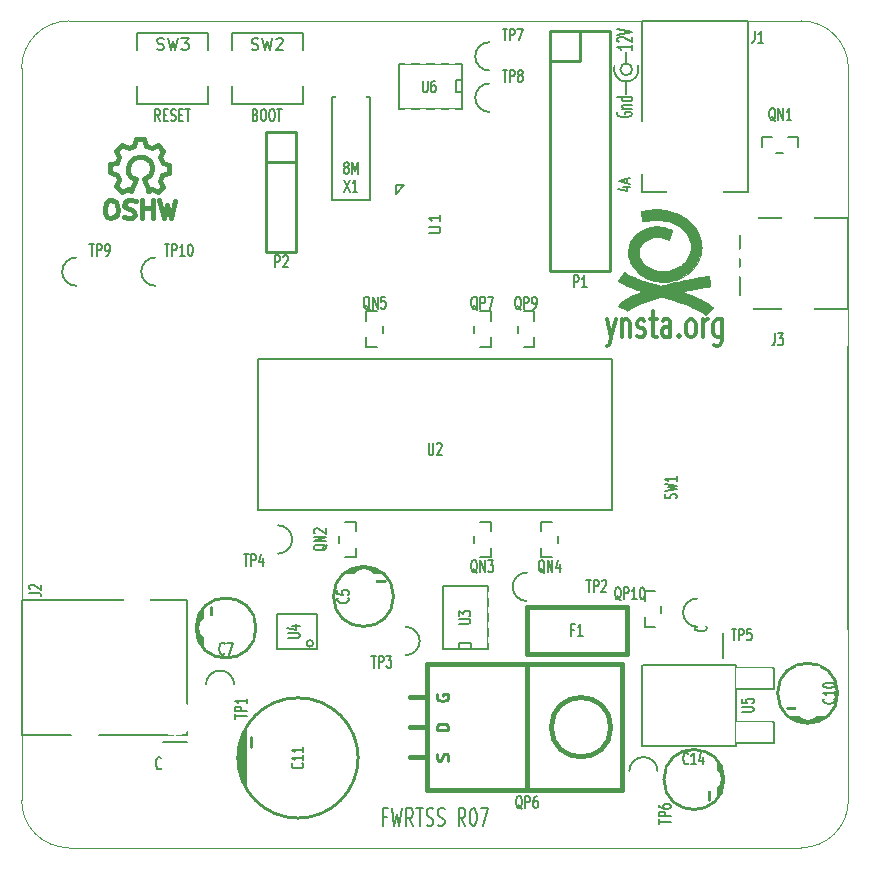
<source format=gto>
%FSLAX46Y46*%
G04 Gerber Fmt 4.6, Leading zero omitted, Abs format (unit mm)*
G04 Created by KiCad (PCBNEW (2014-08-24 BZR 5094)-product) date Mon 25 Aug 2014 20:36:51 CEST*
%MOMM*%
G01*
G04 APERTURE LIST*
%ADD10C,0.170000*%
%ADD11C,0.350000*%
%ADD12C,0.100000*%
%ADD13C,0.200000*%
%ADD14C,0.150000*%
%ADD15C,0.381000*%
%ADD16C,0.254000*%
%ADD17C,0.127000*%
%ADD18C,0.250190*%
%ADD19C,0.251460*%
%ADD20C,2.000000*%
%ADD21C,4.300000*%
%ADD22C,3.200000*%
%ADD23O,3.500000X2.000000*%
%ADD24C,3.800000*%
%ADD25R,2.000000X2.000000*%
%ADD26C,1.501140*%
%ADD27R,0.599440X1.000760*%
%ADD28R,1.000760X0.599440*%
%ADD29R,0.600000X1.600000*%
%ADD30R,2.000000X1.700000*%
%ADD31O,2.000000X1.700000*%
%ADD32R,3.048000X1.651000*%
%ADD33R,6.096000X6.096000*%
%ADD34C,3.000000*%
%ADD35C,3.500000*%
%ADD36C,1.195000*%
%ADD37C,1.900000*%
%ADD38C,2.800000*%
%ADD39C,5.050000*%
%ADD40C,4.500000*%
%ADD41C,2.700000*%
%ADD42C,4.000000*%
%ADD43R,1.200000X0.300000*%
%ADD44R,0.300000X1.200000*%
%ADD45R,1.700000X1.700000*%
%ADD46O,1.700000X1.700000*%
%ADD47C,0.900000*%
%ADD48R,1.400000X1.400000*%
%ADD49C,1.400000*%
%ADD50R,1.300000X1.100000*%
%ADD51R,1.100000X1.300000*%
%ADD52R,0.900000X1.000000*%
%ADD53R,1.700000X2.400000*%
%ADD54R,2.400000X1.700000*%
%ADD55R,1.021080X0.408940*%
%ADD56O,0.750000X1.250000*%
%ADD57R,2.500000X2.500000*%
%ADD58R,1.600000X0.600000*%
%ADD59O,2.500000X1.800000*%
%ADD60O,1.800000X2.500000*%
G04 APERTURE END LIST*
D10*
D11*
X99571429Y-75267857D02*
X99928572Y-76767857D01*
X100285714Y-75267857D02*
X99928572Y-76767857D01*
X99785714Y-77303571D01*
X99714286Y-77410714D01*
X99571429Y-77517857D01*
X100857143Y-75267857D02*
X100857143Y-76767857D01*
X100857143Y-75482143D02*
X100928571Y-75375000D01*
X101071429Y-75267857D01*
X101285714Y-75267857D01*
X101428571Y-75375000D01*
X101500000Y-75589286D01*
X101500000Y-76767857D01*
X102142857Y-76660714D02*
X102285714Y-76767857D01*
X102571429Y-76767857D01*
X102714286Y-76660714D01*
X102785714Y-76446429D01*
X102785714Y-76339286D01*
X102714286Y-76125000D01*
X102571429Y-76017857D01*
X102357143Y-76017857D01*
X102214286Y-75910714D01*
X102142857Y-75696429D01*
X102142857Y-75589286D01*
X102214286Y-75375000D01*
X102357143Y-75267857D01*
X102571429Y-75267857D01*
X102714286Y-75375000D01*
X103214286Y-75267857D02*
X103785715Y-75267857D01*
X103428572Y-74517857D02*
X103428572Y-76446429D01*
X103500000Y-76660714D01*
X103642858Y-76767857D01*
X103785715Y-76767857D01*
X104928572Y-76767857D02*
X104928572Y-75589286D01*
X104857143Y-75375000D01*
X104714286Y-75267857D01*
X104428572Y-75267857D01*
X104285715Y-75375000D01*
X104928572Y-76660714D02*
X104785715Y-76767857D01*
X104428572Y-76767857D01*
X104285715Y-76660714D01*
X104214286Y-76446429D01*
X104214286Y-76232143D01*
X104285715Y-76017857D01*
X104428572Y-75910714D01*
X104785715Y-75910714D01*
X104928572Y-75803571D01*
X105642858Y-76553571D02*
X105714286Y-76660714D01*
X105642858Y-76767857D01*
X105571429Y-76660714D01*
X105642858Y-76553571D01*
X105642858Y-76767857D01*
X106571430Y-76767857D02*
X106428572Y-76660714D01*
X106357144Y-76553571D01*
X106285715Y-76339286D01*
X106285715Y-75696429D01*
X106357144Y-75482143D01*
X106428572Y-75375000D01*
X106571430Y-75267857D01*
X106785715Y-75267857D01*
X106928572Y-75375000D01*
X107000001Y-75482143D01*
X107071430Y-75696429D01*
X107071430Y-76339286D01*
X107000001Y-76553571D01*
X106928572Y-76660714D01*
X106785715Y-76767857D01*
X106571430Y-76767857D01*
X107714287Y-76767857D02*
X107714287Y-75267857D01*
X107714287Y-75696429D02*
X107785715Y-75482143D01*
X107857144Y-75375000D01*
X108000001Y-75267857D01*
X108142858Y-75267857D01*
X109285715Y-75267857D02*
X109285715Y-77089286D01*
X109214286Y-77303571D01*
X109142858Y-77410714D01*
X109000001Y-77517857D01*
X108785715Y-77517857D01*
X108642858Y-77410714D01*
X109285715Y-76660714D02*
X109142858Y-76767857D01*
X108857144Y-76767857D01*
X108714286Y-76660714D01*
X108642858Y-76553571D01*
X108571429Y-76339286D01*
X108571429Y-75696429D01*
X108642858Y-75482143D01*
X108714286Y-75375000D01*
X108857144Y-75267857D01*
X109142858Y-75267857D01*
X109285715Y-75375000D01*
D10*
X100885714Y-64066666D02*
X101552381Y-64066666D01*
X100504762Y-64233333D02*
X101219048Y-64400000D01*
X101219048Y-63966666D01*
X101266667Y-63733333D02*
X101266667Y-63399999D01*
X101552381Y-63799999D02*
X100552381Y-63566666D01*
X101552381Y-63333333D01*
D12*
X120000000Y-54000000D02*
G75*
G03X116000000Y-50000000I-4000000J0D01*
G74*
G01*
X116000000Y-120000000D02*
G75*
G03X120000000Y-116000000I0J4000000D01*
G74*
G01*
X50000000Y-116000000D02*
G75*
G03X54000000Y-120000000I4000000J0D01*
G74*
G01*
X54000000Y-50000000D02*
G75*
G03X50000000Y-54000000I0J-4000000D01*
G74*
G01*
D13*
X80904762Y-117392857D02*
X80571428Y-117392857D01*
X80571428Y-118178571D02*
X80571428Y-116678571D01*
X81047619Y-116678571D01*
X81333333Y-116678571D02*
X81571428Y-118178571D01*
X81761905Y-117107143D01*
X81952381Y-118178571D01*
X82190476Y-116678571D01*
X83142857Y-118178571D02*
X82809523Y-117464286D01*
X82571428Y-118178571D02*
X82571428Y-116678571D01*
X82952381Y-116678571D01*
X83047619Y-116750000D01*
X83095238Y-116821429D01*
X83142857Y-116964286D01*
X83142857Y-117178571D01*
X83095238Y-117321429D01*
X83047619Y-117392857D01*
X82952381Y-117464286D01*
X82571428Y-117464286D01*
X83428571Y-116678571D02*
X84000000Y-116678571D01*
X83714285Y-118178571D02*
X83714285Y-116678571D01*
X84285714Y-118107143D02*
X84428571Y-118178571D01*
X84666667Y-118178571D01*
X84761905Y-118107143D01*
X84809524Y-118035714D01*
X84857143Y-117892857D01*
X84857143Y-117750000D01*
X84809524Y-117607143D01*
X84761905Y-117535714D01*
X84666667Y-117464286D01*
X84476190Y-117392857D01*
X84380952Y-117321429D01*
X84333333Y-117250000D01*
X84285714Y-117107143D01*
X84285714Y-116964286D01*
X84333333Y-116821429D01*
X84380952Y-116750000D01*
X84476190Y-116678571D01*
X84714286Y-116678571D01*
X84857143Y-116750000D01*
X85238095Y-118107143D02*
X85380952Y-118178571D01*
X85619048Y-118178571D01*
X85714286Y-118107143D01*
X85761905Y-118035714D01*
X85809524Y-117892857D01*
X85809524Y-117750000D01*
X85761905Y-117607143D01*
X85714286Y-117535714D01*
X85619048Y-117464286D01*
X85428571Y-117392857D01*
X85333333Y-117321429D01*
X85285714Y-117250000D01*
X85238095Y-117107143D01*
X85238095Y-116964286D01*
X85285714Y-116821429D01*
X85333333Y-116750000D01*
X85428571Y-116678571D01*
X85666667Y-116678571D01*
X85809524Y-116750000D01*
X87571429Y-118178571D02*
X87238095Y-117464286D01*
X87000000Y-118178571D02*
X87000000Y-116678571D01*
X87380953Y-116678571D01*
X87476191Y-116750000D01*
X87523810Y-116821429D01*
X87571429Y-116964286D01*
X87571429Y-117178571D01*
X87523810Y-117321429D01*
X87476191Y-117392857D01*
X87380953Y-117464286D01*
X87000000Y-117464286D01*
X88190476Y-116678571D02*
X88285715Y-116678571D01*
X88380953Y-116750000D01*
X88428572Y-116821429D01*
X88476191Y-116964286D01*
X88523810Y-117250000D01*
X88523810Y-117607143D01*
X88476191Y-117892857D01*
X88428572Y-118035714D01*
X88380953Y-118107143D01*
X88285715Y-118178571D01*
X88190476Y-118178571D01*
X88095238Y-118107143D01*
X88047619Y-118035714D01*
X88000000Y-117892857D01*
X87952381Y-117607143D01*
X87952381Y-117250000D01*
X88000000Y-116964286D01*
X88047619Y-116821429D01*
X88095238Y-116750000D01*
X88190476Y-116678571D01*
X88857143Y-116678571D02*
X89523810Y-116678571D01*
X89095238Y-118178571D01*
D10*
X100500000Y-57750000D02*
X100442857Y-57816666D01*
X100442857Y-57916666D01*
X100500000Y-58016666D01*
X100614286Y-58083333D01*
X100728571Y-58116666D01*
X100957143Y-58150000D01*
X101128571Y-58150000D01*
X101357143Y-58116666D01*
X101471429Y-58083333D01*
X101585714Y-58016666D01*
X101642857Y-57916666D01*
X101642857Y-57850000D01*
X101585714Y-57750000D01*
X101528571Y-57716666D01*
X101128571Y-57716666D01*
X101128571Y-57850000D01*
X100842857Y-57416666D02*
X101642857Y-57416666D01*
X100957143Y-57416666D02*
X100900000Y-57383333D01*
X100842857Y-57316666D01*
X100842857Y-57216666D01*
X100900000Y-57150000D01*
X101014286Y-57116666D01*
X101642857Y-57116666D01*
X101642857Y-56483333D02*
X100442857Y-56483333D01*
X101585714Y-56483333D02*
X101642857Y-56550000D01*
X101642857Y-56683333D01*
X101585714Y-56750000D01*
X101528571Y-56783333D01*
X101414286Y-56816667D01*
X101071429Y-56816667D01*
X100957143Y-56783333D01*
X100900000Y-56750000D01*
X100842857Y-56683333D01*
X100842857Y-56550000D01*
X100900000Y-56483333D01*
X101642857Y-52033334D02*
X101642857Y-52433334D01*
X101642857Y-52233334D02*
X100442857Y-52233334D01*
X100614286Y-52300000D01*
X100728571Y-52366667D01*
X100785714Y-52433334D01*
X100557143Y-51766667D02*
X100500000Y-51733333D01*
X100442857Y-51666667D01*
X100442857Y-51500000D01*
X100500000Y-51433333D01*
X100557143Y-51400000D01*
X100671429Y-51366667D01*
X100785714Y-51366667D01*
X100957143Y-51400000D01*
X101642857Y-51800000D01*
X101642857Y-51366667D01*
X100442857Y-51166666D02*
X101642857Y-50933333D01*
X100442857Y-50700000D01*
X101200000Y-53600000D02*
X101200000Y-52600000D01*
X101200000Y-55200000D02*
X101200000Y-56200000D01*
X101700000Y-54100000D02*
G75*
G03X101700000Y-54100000I-500000J0D01*
G74*
G01*
X100200533Y-53798229D02*
G75*
G03X102200000Y-53800000I999467J-301771D01*
G74*
G01*
D12*
X116000000Y-50000000D02*
X54000000Y-50000000D01*
X120000000Y-116000000D02*
X120000000Y-54000000D01*
X54000000Y-120000000D02*
X116000000Y-120000000D01*
X50000000Y-54000000D02*
X50000000Y-116000000D01*
D14*
X65800000Y-57000000D02*
X65800000Y-55500000D01*
X59800000Y-57000000D02*
X59800000Y-55500000D01*
X65800000Y-51000000D02*
X65800000Y-52500000D01*
X59800000Y-51000000D02*
X59800000Y-52500000D01*
X59800000Y-57000000D02*
X65800000Y-57000000D01*
X65800000Y-51000000D02*
X59800000Y-51000000D01*
D15*
X84283000Y-107260000D02*
X82886000Y-107260000D01*
X84283000Y-109800000D02*
X82886000Y-109800000D01*
X84283000Y-112340000D02*
X82886000Y-112340000D01*
X99878472Y-109800000D02*
G75*
G03X99878472Y-109800000I-2514472J0D01*
G74*
G01*
X92792000Y-115134000D02*
X100793000Y-115134000D01*
X100793000Y-115134000D02*
X100793000Y-104466000D01*
X100793000Y-104466000D02*
X92792000Y-104466000D01*
X84283000Y-115134000D02*
X92792000Y-115134000D01*
X92792000Y-115134000D02*
X92792000Y-104466000D01*
X92792000Y-104466000D02*
X84283000Y-104466000D01*
X84283000Y-109800000D02*
X84283000Y-104466000D01*
X84283000Y-109800000D02*
X84283000Y-115134000D01*
D16*
X115661000Y-108195000D02*
X114772000Y-108195000D01*
X115534000Y-109211000D02*
X117566000Y-109211000D01*
X117566000Y-109211000D02*
X117566000Y-109084000D01*
X117566000Y-109084000D02*
X115534000Y-109084000D01*
X118074000Y-108957000D02*
X115026000Y-108957000D01*
X119090000Y-106925000D02*
G75*
G03X119090000Y-106925000I-2540000J0D01*
G74*
G01*
X108195000Y-115114000D02*
X108195000Y-116003000D01*
X109211000Y-115241000D02*
X109211000Y-113209000D01*
X109211000Y-113209000D02*
X109084000Y-113209000D01*
X109084000Y-113209000D02*
X109084000Y-115241000D01*
X108957000Y-112701000D02*
X108957000Y-115749000D01*
X109465000Y-114225000D02*
G75*
G03X109465000Y-114225000I-2540000J0D01*
G74*
G01*
D15*
X101249420Y-99601020D02*
X92750580Y-99601020D01*
X92750580Y-99601020D02*
X92750580Y-103598980D01*
X92750580Y-103598980D02*
X101249420Y-103598980D01*
X101249420Y-103598980D02*
X101249420Y-99601020D01*
D14*
X112700000Y-60700000D02*
X112700000Y-59800000D01*
X112700000Y-59800000D02*
X113500000Y-59800000D01*
X115700000Y-60700000D02*
X115700000Y-59800000D01*
X115700000Y-59800000D02*
X114900000Y-59800000D01*
X114500000Y-61200000D02*
X113900000Y-61200000D01*
X77400000Y-92400000D02*
X78300000Y-92400000D01*
X78300000Y-92400000D02*
X78300000Y-93200000D01*
X77400000Y-95400000D02*
X78300000Y-95400000D01*
X78300000Y-95400000D02*
X78300000Y-94600000D01*
X76900000Y-94200000D02*
X76900000Y-93600000D01*
X88800000Y-92400000D02*
X89700000Y-92400000D01*
X89700000Y-92400000D02*
X89700000Y-93200000D01*
X88800000Y-95400000D02*
X89700000Y-95400000D01*
X89700000Y-95400000D02*
X89700000Y-94600000D01*
X88300000Y-94200000D02*
X88300000Y-93600000D01*
X94900000Y-95400000D02*
X94000000Y-95400000D01*
X94000000Y-95400000D02*
X94000000Y-94600000D01*
X94900000Y-92400000D02*
X94000000Y-92400000D01*
X94000000Y-92400000D02*
X94000000Y-93200000D01*
X95400000Y-93600000D02*
X95400000Y-94200000D01*
X80100000Y-77600000D02*
X79200000Y-77600000D01*
X79200000Y-77600000D02*
X79200000Y-76800000D01*
X80100000Y-74600000D02*
X79200000Y-74600000D01*
X79200000Y-74600000D02*
X79200000Y-75400000D01*
X80600000Y-75800000D02*
X80600000Y-76400000D01*
X103660000Y-101300000D02*
X102760000Y-101300000D01*
X102760000Y-101300000D02*
X102760000Y-100500000D01*
X103660000Y-98300000D02*
X102760000Y-98300000D01*
X102760000Y-98300000D02*
X102760000Y-99100000D01*
X104160000Y-99500000D02*
X104160000Y-100100000D01*
X73800000Y-57000000D02*
X73800000Y-55500000D01*
X67800000Y-57000000D02*
X67800000Y-55500000D01*
X73800000Y-51000000D02*
X73800000Y-52500000D01*
X67800000Y-51000000D02*
X67800000Y-52500000D01*
X67800000Y-57000000D02*
X73800000Y-57000000D01*
X73800000Y-51000000D02*
X67800000Y-51000000D01*
D17*
X87267000Y-53772000D02*
X87267000Y-53645000D01*
X87267000Y-53645000D02*
X81933000Y-53645000D01*
X81933000Y-57455000D02*
X87267000Y-57455000D01*
X87267000Y-57455000D02*
X87267000Y-53772000D01*
X87267000Y-56058000D02*
X86759000Y-56058000D01*
X86759000Y-56058000D02*
X86759000Y-55042000D01*
X86759000Y-55042000D02*
X87267000Y-55042000D01*
X81933000Y-57455000D02*
X81933000Y-53645000D01*
D16*
X68955000Y-114813000D02*
X68955000Y-109987000D01*
X68574000Y-111257000D02*
X68574000Y-113543000D01*
X78494267Y-112400000D02*
G75*
G03X78494267Y-112400000I-5094267J0D01*
G74*
G01*
X68955000Y-110368000D02*
X68955000Y-114432000D01*
X68955000Y-114432000D02*
X68828000Y-114051000D01*
X68828000Y-114051000D02*
X68828000Y-110749000D01*
X68828000Y-110749000D02*
X68955000Y-110368000D01*
X69463000Y-111511000D02*
X69463000Y-110622000D01*
X68447000Y-111384000D02*
X68447000Y-113416000D01*
X68574000Y-113416000D02*
X68574000Y-111384000D01*
X68701000Y-113924000D02*
X68701000Y-110876000D01*
X70730000Y-61960000D02*
X70730000Y-69580000D01*
X73270000Y-61960000D02*
X73270000Y-69580000D01*
X73270000Y-59420000D02*
X73270000Y-61960000D01*
X70730000Y-69580000D02*
X73270000Y-69580000D01*
X73270000Y-61960000D02*
X70730000Y-61960000D01*
X73270000Y-59420000D02*
X70730000Y-59420000D01*
X70730000Y-59420000D02*
X70730000Y-61960000D01*
D17*
X110501000Y-106553000D02*
X113676000Y-106553000D01*
X113676000Y-106553000D02*
X113676000Y-104775000D01*
X113676000Y-104775000D02*
X110501000Y-104775000D01*
X110501000Y-111125000D02*
X113676000Y-111125000D01*
X113676000Y-111125000D02*
X113676000Y-109347000D01*
X113676000Y-109347000D02*
X110501000Y-109347000D01*
X104405000Y-104521000D02*
X110501000Y-104521000D01*
X110501000Y-104521000D02*
X110501000Y-111379000D01*
X110501000Y-111379000D02*
X102627000Y-111379000D01*
X102500000Y-111379000D02*
X102500000Y-104521000D01*
X102627000Y-104521000D02*
X104405000Y-104521000D01*
D14*
X120000000Y-77500000D02*
X120000000Y-101500000D01*
X120000000Y-74350000D02*
X120000000Y-66650000D01*
X120000000Y-66650000D02*
X110800000Y-66650000D01*
X110800000Y-66650000D02*
X110800000Y-74350000D01*
X110800000Y-74350000D02*
X120000000Y-74350000D01*
X111500000Y-64500000D02*
X111500000Y-50000000D01*
X111500000Y-50000000D02*
X102500000Y-50000000D01*
X102500000Y-50000000D02*
X102500000Y-64500000D01*
X102500000Y-64500000D02*
X111500000Y-64500000D01*
X50000000Y-99000000D02*
X64000000Y-99000000D01*
X64000000Y-99000000D02*
X64000000Y-110500000D01*
X64000000Y-110500000D02*
X50000000Y-110500000D01*
X50000000Y-110500000D02*
X50000000Y-99000000D01*
D10*
X82400000Y-63920000D02*
X81700000Y-63920000D01*
X81700000Y-63920000D02*
X81700000Y-64620000D01*
X81700000Y-64620000D02*
X82400000Y-63920000D01*
D16*
X99840000Y-71160000D02*
X99840000Y-50840000D01*
X94760000Y-53380000D02*
X94760000Y-71160000D01*
X99840000Y-71160000D02*
X94760000Y-71160000D01*
X99840000Y-50840000D02*
X97300000Y-50840000D01*
X94760000Y-50840000D02*
X94760000Y-53380000D01*
X97300000Y-50840000D02*
X97300000Y-53380000D01*
X97300000Y-53380000D02*
X94760000Y-53380000D01*
X94760000Y-50840000D02*
X97300000Y-50840000D01*
D14*
X69990000Y-78600000D02*
X100010000Y-78600000D01*
X100010000Y-78600000D02*
X100010000Y-91400000D01*
X100010000Y-91400000D02*
X69990000Y-91400000D01*
X69990000Y-78600000D02*
X69990000Y-91400000D01*
X61930000Y-111090000D02*
X64030000Y-111090000D01*
X109350000Y-101800000D02*
X109350000Y-103900000D01*
D16*
X66030000Y-100511000D02*
X66030000Y-99622000D01*
X65014000Y-100384000D02*
X65014000Y-102416000D01*
X65014000Y-102416000D02*
X65141000Y-102416000D01*
X65141000Y-102416000D02*
X65141000Y-100384000D01*
X65268000Y-102924000D02*
X65268000Y-99876000D01*
X69840000Y-101400000D02*
G75*
G03X69840000Y-101400000I-2540000J0D01*
G74*
G01*
D14*
X71600000Y-103200000D02*
X71600000Y-100200000D01*
X71600000Y-100200000D02*
X75000000Y-100200000D01*
X75000000Y-100200000D02*
X75000000Y-103200000D01*
X75000000Y-103200000D02*
X71600000Y-103200000D01*
D17*
X74683686Y-102699160D02*
G75*
G03X74683686Y-102699160I-281986J0D01*
G74*
G01*
D14*
X76300000Y-65200000D02*
X76300000Y-56400000D01*
X76300000Y-56400000D02*
X79500000Y-56400000D01*
X79500000Y-56400000D02*
X79500000Y-65200000D01*
X79500000Y-65200000D02*
X76300000Y-65200000D01*
X88800000Y-74600000D02*
X89700000Y-74600000D01*
X89700000Y-74600000D02*
X89700000Y-75400000D01*
X88800000Y-77600000D02*
X89700000Y-77600000D01*
X89700000Y-77600000D02*
X89700000Y-76800000D01*
X88300000Y-76400000D02*
X88300000Y-75800000D01*
X92500000Y-74600000D02*
X93400000Y-74600000D01*
X93400000Y-74600000D02*
X93400000Y-75400000D01*
X92500000Y-77600000D02*
X93400000Y-77600000D01*
X93400000Y-77600000D02*
X93400000Y-76800000D01*
X92000000Y-76400000D02*
X92000000Y-75800000D01*
D16*
X79839000Y-97460000D02*
X80728000Y-97460000D01*
X79966000Y-96444000D02*
X77934000Y-96444000D01*
X77934000Y-96444000D02*
X77934000Y-96571000D01*
X77934000Y-96571000D02*
X79966000Y-96571000D01*
X77426000Y-96698000D02*
X80474000Y-96698000D01*
X81490000Y-98730000D02*
G75*
G03X81490000Y-98730000I-2540000J0D01*
G74*
G01*
D17*
X89328000Y-103177000D02*
X89455000Y-103177000D01*
X89455000Y-103177000D02*
X89455000Y-97843000D01*
X85645000Y-97843000D02*
X85645000Y-103177000D01*
X85645000Y-103177000D02*
X89328000Y-103177000D01*
X87042000Y-103177000D02*
X87042000Y-102669000D01*
X87042000Y-102669000D02*
X88058000Y-102669000D01*
X88058000Y-102669000D02*
X88058000Y-103177000D01*
X85645000Y-97843000D02*
X89455000Y-97843000D01*
D10*
X89600000Y-55300000D02*
G75*
G03X88400000Y-56500000I0J-1200000D01*
G74*
G01*
X88400000Y-56500000D02*
G75*
G03X89600000Y-57700000I1200000J0D01*
G74*
G01*
X89600000Y-51800000D02*
G75*
G03X88400000Y-53000000I0J-1200000D01*
G74*
G01*
X88400000Y-53000000D02*
G75*
G03X89600000Y-54200000I1200000J0D01*
G74*
G01*
X61330000Y-70030000D02*
G75*
G03X60130000Y-71230000I0J-1200000D01*
G74*
G01*
X60130000Y-71230000D02*
G75*
G03X61330000Y-72430000I1200000J0D01*
G74*
G01*
X54630000Y-70030000D02*
G75*
G03X53430000Y-71230000I0J-1200000D01*
G74*
G01*
X53430000Y-71230000D02*
G75*
G03X54630000Y-72430000I1200000J0D01*
G74*
G01*
X82500000Y-103700000D02*
G75*
G03X83700000Y-102500000I0J1200000D01*
G74*
G01*
X83700000Y-102500000D02*
G75*
G03X82500000Y-101300000I-1200000J0D01*
G74*
G01*
X92770000Y-96710000D02*
G75*
G03X91570000Y-97910000I0J-1200000D01*
G74*
G01*
X91570000Y-97910000D02*
G75*
G03X92770000Y-99110000I1200000J0D01*
G74*
G01*
X71709000Y-95100000D02*
G75*
G03X72909000Y-93900000I0J1200000D01*
G74*
G01*
X72909000Y-93900000D02*
G75*
G03X71709000Y-92700000I-1200000J0D01*
G74*
G01*
X68000000Y-106200000D02*
G75*
G03X66800000Y-105000000I-1200000J0D01*
G74*
G01*
X66800000Y-105000000D02*
G75*
G03X65600000Y-106200000I0J-1200000D01*
G74*
G01*
X103850000Y-113525000D02*
G75*
G03X102650000Y-112325000I-1200000J0D01*
G74*
G01*
X102650000Y-112325000D02*
G75*
G03X101450000Y-113525000I0J-1200000D01*
G74*
G01*
X107200000Y-98900000D02*
G75*
G03X106000000Y-100100000I0J-1200000D01*
G74*
G01*
X106000000Y-100100000D02*
G75*
G03X107200000Y-101300000I1200000J0D01*
G74*
G01*
D12*
G36*
X108552454Y-74301585D02*
X108544228Y-74312853D01*
X108520580Y-74338289D01*
X108483056Y-74376398D01*
X108433199Y-74425684D01*
X108372555Y-74484651D01*
X108302669Y-74551806D01*
X108225086Y-74625651D01*
X108141350Y-74704694D01*
X108053007Y-74787437D01*
X107987537Y-74848350D01*
X107911269Y-74919109D01*
X107853748Y-74868035D01*
X107741637Y-74776797D01*
X107607777Y-74682557D01*
X107453244Y-74585810D01*
X107279113Y-74487051D01*
X107086461Y-74386776D01*
X106876363Y-74285478D01*
X106649896Y-74183654D01*
X106408134Y-74081797D01*
X106152154Y-73980403D01*
X105883031Y-73879967D01*
X105601841Y-73780984D01*
X105309661Y-73683948D01*
X105212542Y-73652922D01*
X105141012Y-73630636D01*
X105055651Y-73604611D01*
X104959905Y-73575850D01*
X104857226Y-73545355D01*
X104751060Y-73514130D01*
X104644858Y-73483178D01*
X104542069Y-73453503D01*
X104446140Y-73426107D01*
X104360522Y-73401994D01*
X104288663Y-73382167D01*
X104234012Y-73367630D01*
X104217137Y-73363372D01*
X104199985Y-73359497D01*
X104183466Y-73357304D01*
X104164804Y-73357373D01*
X104141222Y-73360281D01*
X104109944Y-73366607D01*
X104068192Y-73376932D01*
X104013190Y-73391833D01*
X103942161Y-73411889D01*
X103852328Y-73437679D01*
X103830364Y-73444008D01*
X103543127Y-73529260D01*
X103266409Y-73616330D01*
X103001602Y-73704679D01*
X102750100Y-73793764D01*
X102513294Y-73883047D01*
X102292577Y-73971987D01*
X102089342Y-74060043D01*
X101904980Y-74146675D01*
X101740884Y-74231342D01*
X101613101Y-74304552D01*
X101546588Y-74345484D01*
X101495031Y-74378995D01*
X101453221Y-74408916D01*
X101415952Y-74439080D01*
X101378015Y-74473316D01*
X101358632Y-74491750D01*
X101294128Y-74553780D01*
X101202769Y-74491204D01*
X101152330Y-74460287D01*
X101081083Y-74422253D01*
X100990023Y-74377600D01*
X100880141Y-74326823D01*
X100817000Y-74298651D01*
X100739946Y-74264472D01*
X100669722Y-74233014D01*
X100609133Y-74205558D01*
X100560982Y-74183386D01*
X100528073Y-74167777D01*
X100513209Y-74160013D01*
X100512802Y-74159698D01*
X100511423Y-74143779D01*
X100522408Y-74113797D01*
X100543646Y-74073680D01*
X100573024Y-74027354D01*
X100608428Y-73978744D01*
X100614029Y-73971622D01*
X100657123Y-73922311D01*
X100713448Y-73864941D01*
X100777356Y-73804743D01*
X100843195Y-73746949D01*
X100905316Y-73696792D01*
X100932455Y-73676752D01*
X101040238Y-73604616D01*
X101166028Y-73527938D01*
X101305741Y-73448904D01*
X101455295Y-73369702D01*
X101610607Y-73292518D01*
X101767595Y-73219539D01*
X101867637Y-73175805D01*
X101927634Y-73150700D01*
X101997316Y-73122256D01*
X102073593Y-73091663D01*
X102153376Y-73060112D01*
X102233578Y-73028794D01*
X102311110Y-72998898D01*
X102382882Y-72971615D01*
X102445807Y-72948135D01*
X102496796Y-72929649D01*
X102532760Y-72917348D01*
X102550611Y-72912421D01*
X102551089Y-72912384D01*
X102544453Y-72908651D01*
X102518468Y-72898379D01*
X102475638Y-72882477D01*
X102418471Y-72861856D01*
X102349471Y-72837426D01*
X102271146Y-72810097D01*
X102237091Y-72798325D01*
X102092295Y-72748084D01*
X101965528Y-72703313D01*
X101852814Y-72662487D01*
X101750176Y-72624081D01*
X101653638Y-72586569D01*
X101559224Y-72548427D01*
X101462957Y-72508129D01*
X101360861Y-72464150D01*
X101325000Y-72448477D01*
X101223873Y-72402922D01*
X101121484Y-72354545D01*
X101019924Y-72304520D01*
X100921287Y-72254021D01*
X100827664Y-72204224D01*
X100741148Y-72156303D01*
X100663830Y-72111434D01*
X100597802Y-72070791D01*
X100545158Y-72035548D01*
X100507988Y-72006882D01*
X100488386Y-71985966D01*
X100485991Y-71977325D01*
X100493855Y-71963320D01*
X100513577Y-71933820D01*
X100543310Y-71891320D01*
X100581204Y-71838312D01*
X100625409Y-71777290D01*
X100674076Y-71710748D01*
X100725356Y-71641179D01*
X100777399Y-71571077D01*
X100828356Y-71502936D01*
X100876378Y-71439248D01*
X100919615Y-71382507D01*
X100956218Y-71335207D01*
X100984338Y-71299842D01*
X101002125Y-71278904D01*
X101007500Y-71274163D01*
X101021929Y-71280050D01*
X101050216Y-71295825D01*
X101087067Y-71318477D01*
X101099864Y-71326725D01*
X101143287Y-71352872D01*
X101204282Y-71386545D01*
X101279272Y-71425995D01*
X101364682Y-71469475D01*
X101456934Y-71515237D01*
X101552455Y-71561534D01*
X101647666Y-71606618D01*
X101738993Y-71648742D01*
X101822859Y-71686159D01*
X101895689Y-71717121D01*
X101913819Y-71724476D01*
X102150527Y-71816230D01*
X102396278Y-71905440D01*
X102653333Y-71992823D01*
X102923955Y-72079096D01*
X103210407Y-72164977D01*
X103514950Y-72251183D01*
X103839847Y-72338431D01*
X103899154Y-72353909D01*
X104158444Y-72421303D01*
X104303245Y-72383348D01*
X104525776Y-72326045D01*
X104763675Y-72266677D01*
X105013285Y-72206067D01*
X105270947Y-72145039D01*
X105533002Y-72084418D01*
X105795794Y-72025028D01*
X106055664Y-71967692D01*
X106308955Y-71913236D01*
X106552007Y-71862482D01*
X106781163Y-71816256D01*
X106992766Y-71775381D01*
X107045773Y-71765488D01*
X107162680Y-71744223D01*
X107282955Y-71723037D01*
X107404412Y-71702261D01*
X107524866Y-71682229D01*
X107642131Y-71663270D01*
X107754021Y-71645717D01*
X107858351Y-71629902D01*
X107952934Y-71616156D01*
X108035585Y-71604811D01*
X108104118Y-71596199D01*
X108156347Y-71590651D01*
X108190087Y-71588499D01*
X108202997Y-71589876D01*
X108205858Y-71602437D01*
X108210909Y-71634798D01*
X108217783Y-71683907D01*
X108226112Y-71746709D01*
X108235529Y-71820150D01*
X108245667Y-71901178D01*
X108256157Y-71986737D01*
X108266633Y-72073774D01*
X108276726Y-72159236D01*
X108286069Y-72240068D01*
X108294294Y-72313217D01*
X108301034Y-72375629D01*
X108305921Y-72424251D01*
X108308588Y-72456028D01*
X108308688Y-72467888D01*
X108295999Y-72471145D01*
X108264915Y-72476477D01*
X108219964Y-72483172D01*
X108165672Y-72490521D01*
X108159674Y-72491293D01*
X108020247Y-72510402D01*
X107861803Y-72534304D01*
X107687779Y-72562397D01*
X107501609Y-72594080D01*
X107306730Y-72628749D01*
X107106576Y-72665804D01*
X106904583Y-72704642D01*
X106704187Y-72744661D01*
X106647455Y-72756279D01*
X106539897Y-72778580D01*
X106432697Y-72801077D01*
X106328419Y-72823211D01*
X106229626Y-72844422D01*
X106138881Y-72864150D01*
X106058748Y-72881835D01*
X105991789Y-72896917D01*
X105940568Y-72908837D01*
X105907648Y-72917034D01*
X105897000Y-72920205D01*
X105901372Y-72925972D01*
X105924506Y-72937734D01*
X105963272Y-72954144D01*
X106014541Y-72973855D01*
X106058637Y-72989757D01*
X106357452Y-73098255D01*
X106644525Y-73209412D01*
X106918457Y-73322566D01*
X107177849Y-73437055D01*
X107421304Y-73552217D01*
X107647421Y-73667391D01*
X107854802Y-73781914D01*
X108042050Y-73895125D01*
X108207764Y-74006363D01*
X108208635Y-74006984D01*
X108262275Y-74046470D01*
X108318798Y-74090234D01*
X108375237Y-74135733D01*
X108428620Y-74180421D01*
X108475978Y-74221753D01*
X108514341Y-74257186D01*
X108540740Y-74284174D01*
X108552204Y-74300173D01*
X108552454Y-74301585D01*
X108552454Y-74301585D01*
X108552454Y-74301585D01*
G37*
X108552454Y-74301585D02*
X108544228Y-74312853D01*
X108520580Y-74338289D01*
X108483056Y-74376398D01*
X108433199Y-74425684D01*
X108372555Y-74484651D01*
X108302669Y-74551806D01*
X108225086Y-74625651D01*
X108141350Y-74704694D01*
X108053007Y-74787437D01*
X107987537Y-74848350D01*
X107911269Y-74919109D01*
X107853748Y-74868035D01*
X107741637Y-74776797D01*
X107607777Y-74682557D01*
X107453244Y-74585810D01*
X107279113Y-74487051D01*
X107086461Y-74386776D01*
X106876363Y-74285478D01*
X106649896Y-74183654D01*
X106408134Y-74081797D01*
X106152154Y-73980403D01*
X105883031Y-73879967D01*
X105601841Y-73780984D01*
X105309661Y-73683948D01*
X105212542Y-73652922D01*
X105141012Y-73630636D01*
X105055651Y-73604611D01*
X104959905Y-73575850D01*
X104857226Y-73545355D01*
X104751060Y-73514130D01*
X104644858Y-73483178D01*
X104542069Y-73453503D01*
X104446140Y-73426107D01*
X104360522Y-73401994D01*
X104288663Y-73382167D01*
X104234012Y-73367630D01*
X104217137Y-73363372D01*
X104199985Y-73359497D01*
X104183466Y-73357304D01*
X104164804Y-73357373D01*
X104141222Y-73360281D01*
X104109944Y-73366607D01*
X104068192Y-73376932D01*
X104013190Y-73391833D01*
X103942161Y-73411889D01*
X103852328Y-73437679D01*
X103830364Y-73444008D01*
X103543127Y-73529260D01*
X103266409Y-73616330D01*
X103001602Y-73704679D01*
X102750100Y-73793764D01*
X102513294Y-73883047D01*
X102292577Y-73971987D01*
X102089342Y-74060043D01*
X101904980Y-74146675D01*
X101740884Y-74231342D01*
X101613101Y-74304552D01*
X101546588Y-74345484D01*
X101495031Y-74378995D01*
X101453221Y-74408916D01*
X101415952Y-74439080D01*
X101378015Y-74473316D01*
X101358632Y-74491750D01*
X101294128Y-74553780D01*
X101202769Y-74491204D01*
X101152330Y-74460287D01*
X101081083Y-74422253D01*
X100990023Y-74377600D01*
X100880141Y-74326823D01*
X100817000Y-74298651D01*
X100739946Y-74264472D01*
X100669722Y-74233014D01*
X100609133Y-74205558D01*
X100560982Y-74183386D01*
X100528073Y-74167777D01*
X100513209Y-74160013D01*
X100512802Y-74159698D01*
X100511423Y-74143779D01*
X100522408Y-74113797D01*
X100543646Y-74073680D01*
X100573024Y-74027354D01*
X100608428Y-73978744D01*
X100614029Y-73971622D01*
X100657123Y-73922311D01*
X100713448Y-73864941D01*
X100777356Y-73804743D01*
X100843195Y-73746949D01*
X100905316Y-73696792D01*
X100932455Y-73676752D01*
X101040238Y-73604616D01*
X101166028Y-73527938D01*
X101305741Y-73448904D01*
X101455295Y-73369702D01*
X101610607Y-73292518D01*
X101767595Y-73219539D01*
X101867637Y-73175805D01*
X101927634Y-73150700D01*
X101997316Y-73122256D01*
X102073593Y-73091663D01*
X102153376Y-73060112D01*
X102233578Y-73028794D01*
X102311110Y-72998898D01*
X102382882Y-72971615D01*
X102445807Y-72948135D01*
X102496796Y-72929649D01*
X102532760Y-72917348D01*
X102550611Y-72912421D01*
X102551089Y-72912384D01*
X102544453Y-72908651D01*
X102518468Y-72898379D01*
X102475638Y-72882477D01*
X102418471Y-72861856D01*
X102349471Y-72837426D01*
X102271146Y-72810097D01*
X102237091Y-72798325D01*
X102092295Y-72748084D01*
X101965528Y-72703313D01*
X101852814Y-72662487D01*
X101750176Y-72624081D01*
X101653638Y-72586569D01*
X101559224Y-72548427D01*
X101462957Y-72508129D01*
X101360861Y-72464150D01*
X101325000Y-72448477D01*
X101223873Y-72402922D01*
X101121484Y-72354545D01*
X101019924Y-72304520D01*
X100921287Y-72254021D01*
X100827664Y-72204224D01*
X100741148Y-72156303D01*
X100663830Y-72111434D01*
X100597802Y-72070791D01*
X100545158Y-72035548D01*
X100507988Y-72006882D01*
X100488386Y-71985966D01*
X100485991Y-71977325D01*
X100493855Y-71963320D01*
X100513577Y-71933820D01*
X100543310Y-71891320D01*
X100581204Y-71838312D01*
X100625409Y-71777290D01*
X100674076Y-71710748D01*
X100725356Y-71641179D01*
X100777399Y-71571077D01*
X100828356Y-71502936D01*
X100876378Y-71439248D01*
X100919615Y-71382507D01*
X100956218Y-71335207D01*
X100984338Y-71299842D01*
X101002125Y-71278904D01*
X101007500Y-71274163D01*
X101021929Y-71280050D01*
X101050216Y-71295825D01*
X101087067Y-71318477D01*
X101099864Y-71326725D01*
X101143287Y-71352872D01*
X101204282Y-71386545D01*
X101279272Y-71425995D01*
X101364682Y-71469475D01*
X101456934Y-71515237D01*
X101552455Y-71561534D01*
X101647666Y-71606618D01*
X101738993Y-71648742D01*
X101822859Y-71686159D01*
X101895689Y-71717121D01*
X101913819Y-71724476D01*
X102150527Y-71816230D01*
X102396278Y-71905440D01*
X102653333Y-71992823D01*
X102923955Y-72079096D01*
X103210407Y-72164977D01*
X103514950Y-72251183D01*
X103839847Y-72338431D01*
X103899154Y-72353909D01*
X104158444Y-72421303D01*
X104303245Y-72383348D01*
X104525776Y-72326045D01*
X104763675Y-72266677D01*
X105013285Y-72206067D01*
X105270947Y-72145039D01*
X105533002Y-72084418D01*
X105795794Y-72025028D01*
X106055664Y-71967692D01*
X106308955Y-71913236D01*
X106552007Y-71862482D01*
X106781163Y-71816256D01*
X106992766Y-71775381D01*
X107045773Y-71765488D01*
X107162680Y-71744223D01*
X107282955Y-71723037D01*
X107404412Y-71702261D01*
X107524866Y-71682229D01*
X107642131Y-71663270D01*
X107754021Y-71645717D01*
X107858351Y-71629902D01*
X107952934Y-71616156D01*
X108035585Y-71604811D01*
X108104118Y-71596199D01*
X108156347Y-71590651D01*
X108190087Y-71588499D01*
X108202997Y-71589876D01*
X108205858Y-71602437D01*
X108210909Y-71634798D01*
X108217783Y-71683907D01*
X108226112Y-71746709D01*
X108235529Y-71820150D01*
X108245667Y-71901178D01*
X108256157Y-71986737D01*
X108266633Y-72073774D01*
X108276726Y-72159236D01*
X108286069Y-72240068D01*
X108294294Y-72313217D01*
X108301034Y-72375629D01*
X108305921Y-72424251D01*
X108308588Y-72456028D01*
X108308688Y-72467888D01*
X108295999Y-72471145D01*
X108264915Y-72476477D01*
X108219964Y-72483172D01*
X108165672Y-72490521D01*
X108159674Y-72491293D01*
X108020247Y-72510402D01*
X107861803Y-72534304D01*
X107687779Y-72562397D01*
X107501609Y-72594080D01*
X107306730Y-72628749D01*
X107106576Y-72665804D01*
X106904583Y-72704642D01*
X106704187Y-72744661D01*
X106647455Y-72756279D01*
X106539897Y-72778580D01*
X106432697Y-72801077D01*
X106328419Y-72823211D01*
X106229626Y-72844422D01*
X106138881Y-72864150D01*
X106058748Y-72881835D01*
X105991789Y-72896917D01*
X105940568Y-72908837D01*
X105907648Y-72917034D01*
X105897000Y-72920205D01*
X105901372Y-72925972D01*
X105924506Y-72937734D01*
X105963272Y-72954144D01*
X106014541Y-72973855D01*
X106058637Y-72989757D01*
X106357452Y-73098255D01*
X106644525Y-73209412D01*
X106918457Y-73322566D01*
X107177849Y-73437055D01*
X107421304Y-73552217D01*
X107647421Y-73667391D01*
X107854802Y-73781914D01*
X108042050Y-73895125D01*
X108207764Y-74006363D01*
X108208635Y-74006984D01*
X108262275Y-74046470D01*
X108318798Y-74090234D01*
X108375237Y-74135733D01*
X108428620Y-74180421D01*
X108475978Y-74221753D01*
X108514341Y-74257186D01*
X108540740Y-74284174D01*
X108552204Y-74300173D01*
X108552454Y-74301585D01*
X108552454Y-74301585D01*
G36*
X107565319Y-69166500D02*
X107563359Y-69308197D01*
X107556914Y-69433444D01*
X107545135Y-69548595D01*
X107527173Y-69660002D01*
X107502180Y-69774020D01*
X107469307Y-69897001D01*
X107466366Y-69907228D01*
X107388427Y-70135852D01*
X107289407Y-70356724D01*
X107170298Y-70568864D01*
X107032094Y-70771293D01*
X106875790Y-70963030D01*
X106702378Y-71143096D01*
X106512852Y-71310511D01*
X106308206Y-71464295D01*
X106089434Y-71603469D01*
X105857529Y-71727053D01*
X105613485Y-71834066D01*
X105452500Y-71893029D01*
X105208962Y-71966351D01*
X104960542Y-72023304D01*
X104711263Y-72063311D01*
X104465148Y-72085793D01*
X104226218Y-72090173D01*
X104113228Y-72085550D01*
X103831949Y-72057913D01*
X103560804Y-72010475D01*
X103300373Y-71943481D01*
X103051238Y-71857180D01*
X102813979Y-71751817D01*
X102589178Y-71627640D01*
X102377416Y-71484895D01*
X102179274Y-71323830D01*
X102063592Y-71214948D01*
X101905813Y-71043573D01*
X101767042Y-70862938D01*
X101647638Y-70674353D01*
X101547959Y-70479129D01*
X101468364Y-70278576D01*
X101409211Y-70074006D01*
X101370860Y-69866728D01*
X101353668Y-69658052D01*
X101357994Y-69449291D01*
X101384197Y-69241753D01*
X101432635Y-69036750D01*
X101451252Y-68976865D01*
X101530485Y-68772061D01*
X101629869Y-68577550D01*
X101748464Y-68394231D01*
X101885328Y-68223001D01*
X102039521Y-68064756D01*
X102210100Y-67920396D01*
X102396125Y-67790816D01*
X102596655Y-67676916D01*
X102810748Y-67579591D01*
X102981773Y-67517321D01*
X103197704Y-67457676D01*
X103421041Y-67416913D01*
X103648145Y-67395171D01*
X103875377Y-67392583D01*
X104099100Y-67409287D01*
X104315673Y-67445418D01*
X104396091Y-67464464D01*
X104456025Y-67480856D01*
X104525577Y-67501459D01*
X104601752Y-67525227D01*
X104681552Y-67551114D01*
X104761979Y-67578076D01*
X104840037Y-67605065D01*
X104912728Y-67631037D01*
X104977054Y-67654945D01*
X105030019Y-67675745D01*
X105068624Y-67692390D01*
X105089874Y-67703835D01*
X105093072Y-67707619D01*
X105088966Y-67723147D01*
X105078348Y-67757175D01*
X105062238Y-67806727D01*
X105041656Y-67868825D01*
X105017619Y-67940494D01*
X104991147Y-68018756D01*
X104963259Y-68100635D01*
X104934974Y-68183154D01*
X104907310Y-68263336D01*
X104881287Y-68338205D01*
X104857923Y-68404785D01*
X104838238Y-68460098D01*
X104823251Y-68501168D01*
X104813980Y-68525018D01*
X104811638Y-68529772D01*
X104798759Y-68528752D01*
X104766913Y-68521009D01*
X104718948Y-68507388D01*
X104657713Y-68488737D01*
X104586056Y-68465903D01*
X104506824Y-68439731D01*
X104492492Y-68434905D01*
X104380291Y-68397302D01*
X104286332Y-68366746D01*
X104207111Y-68342517D01*
X104139123Y-68323899D01*
X104078865Y-68310171D01*
X104022833Y-68300617D01*
X103967522Y-68294518D01*
X103909427Y-68291156D01*
X103845045Y-68289811D01*
X103784182Y-68289714D01*
X103699235Y-68290631D01*
X103631457Y-68293067D01*
X103574949Y-68297500D01*
X103523813Y-68304410D01*
X103472150Y-68314273D01*
X103466682Y-68315450D01*
X103270203Y-68368193D01*
X103087317Y-68437911D01*
X102918888Y-68524057D01*
X102765779Y-68626087D01*
X102628854Y-68743454D01*
X102508977Y-68875612D01*
X102446578Y-68960329D01*
X102365000Y-69100325D01*
X102304923Y-69247721D01*
X102266556Y-69400976D01*
X102250111Y-69558547D01*
X102255798Y-69718892D01*
X102283829Y-69880470D01*
X102308719Y-69968909D01*
X102363619Y-70108576D01*
X102438200Y-70249048D01*
X102529658Y-70385872D01*
X102635190Y-70514592D01*
X102685667Y-70567824D01*
X102841839Y-70708845D01*
X103013257Y-70833082D01*
X103198778Y-70940016D01*
X103397254Y-71029125D01*
X103607541Y-71099888D01*
X103828494Y-71151786D01*
X104037195Y-71182109D01*
X104126871Y-71188511D01*
X104231281Y-71191105D01*
X104343728Y-71190113D01*
X104457516Y-71185755D01*
X104565947Y-71178249D01*
X104662325Y-71167817D01*
X104713591Y-71159885D01*
X104958594Y-71106325D01*
X105188749Y-71036097D01*
X105405797Y-70948598D01*
X105585273Y-70857982D01*
X105712869Y-70783325D01*
X105825457Y-70708512D01*
X105930490Y-70628026D01*
X106035422Y-70536349D01*
X106091795Y-70483028D01*
X106235939Y-70330715D01*
X106358394Y-70172978D01*
X106460299Y-70007897D01*
X106542789Y-69833548D01*
X106607000Y-69648012D01*
X106625120Y-69581051D01*
X106662098Y-69388311D01*
X106676492Y-69194012D01*
X106668653Y-68999243D01*
X106638936Y-68805094D01*
X106587693Y-68612652D01*
X106515278Y-68423006D01*
X106422045Y-68237246D01*
X106308346Y-68056459D01*
X106174535Y-67881736D01*
X106020965Y-67714164D01*
X106018454Y-67711651D01*
X105831642Y-67541175D01*
X105630669Y-67388902D01*
X105415639Y-67254877D01*
X105186657Y-67139147D01*
X104943829Y-67041757D01*
X104687258Y-66962753D01*
X104417051Y-66902182D01*
X104133311Y-66860088D01*
X104056381Y-66852086D01*
X103931639Y-66842848D01*
X103805336Y-66839051D01*
X103674344Y-66840901D01*
X103535533Y-66848605D01*
X103385775Y-66862371D01*
X103221939Y-66882404D01*
X103040896Y-66908913D01*
X102932148Y-66926445D01*
X102815130Y-66945428D01*
X102720665Y-66959852D01*
X102648673Y-66969728D01*
X102599073Y-66975067D01*
X102571784Y-66975878D01*
X102565945Y-66973908D01*
X102562492Y-66957522D01*
X102556026Y-66922105D01*
X102547043Y-66870685D01*
X102536041Y-66806291D01*
X102523517Y-66731952D01*
X102509969Y-66650695D01*
X102495893Y-66565550D01*
X102481786Y-66479545D01*
X102468146Y-66395708D01*
X102455469Y-66317069D01*
X102444254Y-66246655D01*
X102434996Y-66187496D01*
X102428194Y-66142619D01*
X102424344Y-66115054D01*
X102423725Y-66107500D01*
X102437258Y-66103636D01*
X102470602Y-66096886D01*
X102520724Y-66087734D01*
X102584592Y-66076663D01*
X102659171Y-66064157D01*
X102741430Y-66050698D01*
X102828335Y-66036770D01*
X102916854Y-66022856D01*
X103003954Y-66009441D01*
X103086601Y-65997006D01*
X103161764Y-65986037D01*
X103226408Y-65977015D01*
X103277502Y-65970425D01*
X103299273Y-65967955D01*
X103400499Y-65959737D01*
X103518596Y-65954011D01*
X103647476Y-65950780D01*
X103781053Y-65950049D01*
X103913242Y-65951821D01*
X104037956Y-65956098D01*
X104149108Y-65962885D01*
X104199819Y-65967437D01*
X104506413Y-66008181D01*
X104800166Y-66066441D01*
X105084031Y-66142892D01*
X105321108Y-66223185D01*
X105407349Y-66257605D01*
X105507181Y-66301384D01*
X105614731Y-66351634D01*
X105724125Y-66405465D01*
X105829491Y-66459985D01*
X105924956Y-66512304D01*
X106004646Y-66559534D01*
X106004854Y-66559663D01*
X106236225Y-66716711D01*
X106451890Y-66887866D01*
X106651077Y-67072075D01*
X106833017Y-67268282D01*
X106996936Y-67475432D01*
X107142066Y-67692470D01*
X107267635Y-67918341D01*
X107372871Y-68151990D01*
X107457004Y-68392362D01*
X107517448Y-68629637D01*
X107534018Y-68714149D01*
X107546455Y-68791429D01*
X107555280Y-68867322D01*
X107561014Y-68947674D01*
X107564178Y-69038331D01*
X107565295Y-69145138D01*
X107565319Y-69166500D01*
X107565319Y-69166500D01*
X107565319Y-69166500D01*
G37*
X107565319Y-69166500D02*
X107563359Y-69308197D01*
X107556914Y-69433444D01*
X107545135Y-69548595D01*
X107527173Y-69660002D01*
X107502180Y-69774020D01*
X107469307Y-69897001D01*
X107466366Y-69907228D01*
X107388427Y-70135852D01*
X107289407Y-70356724D01*
X107170298Y-70568864D01*
X107032094Y-70771293D01*
X106875790Y-70963030D01*
X106702378Y-71143096D01*
X106512852Y-71310511D01*
X106308206Y-71464295D01*
X106089434Y-71603469D01*
X105857529Y-71727053D01*
X105613485Y-71834066D01*
X105452500Y-71893029D01*
X105208962Y-71966351D01*
X104960542Y-72023304D01*
X104711263Y-72063311D01*
X104465148Y-72085793D01*
X104226218Y-72090173D01*
X104113228Y-72085550D01*
X103831949Y-72057913D01*
X103560804Y-72010475D01*
X103300373Y-71943481D01*
X103051238Y-71857180D01*
X102813979Y-71751817D01*
X102589178Y-71627640D01*
X102377416Y-71484895D01*
X102179274Y-71323830D01*
X102063592Y-71214948D01*
X101905813Y-71043573D01*
X101767042Y-70862938D01*
X101647638Y-70674353D01*
X101547959Y-70479129D01*
X101468364Y-70278576D01*
X101409211Y-70074006D01*
X101370860Y-69866728D01*
X101353668Y-69658052D01*
X101357994Y-69449291D01*
X101384197Y-69241753D01*
X101432635Y-69036750D01*
X101451252Y-68976865D01*
X101530485Y-68772061D01*
X101629869Y-68577550D01*
X101748464Y-68394231D01*
X101885328Y-68223001D01*
X102039521Y-68064756D01*
X102210100Y-67920396D01*
X102396125Y-67790816D01*
X102596655Y-67676916D01*
X102810748Y-67579591D01*
X102981773Y-67517321D01*
X103197704Y-67457676D01*
X103421041Y-67416913D01*
X103648145Y-67395171D01*
X103875377Y-67392583D01*
X104099100Y-67409287D01*
X104315673Y-67445418D01*
X104396091Y-67464464D01*
X104456025Y-67480856D01*
X104525577Y-67501459D01*
X104601752Y-67525227D01*
X104681552Y-67551114D01*
X104761979Y-67578076D01*
X104840037Y-67605065D01*
X104912728Y-67631037D01*
X104977054Y-67654945D01*
X105030019Y-67675745D01*
X105068624Y-67692390D01*
X105089874Y-67703835D01*
X105093072Y-67707619D01*
X105088966Y-67723147D01*
X105078348Y-67757175D01*
X105062238Y-67806727D01*
X105041656Y-67868825D01*
X105017619Y-67940494D01*
X104991147Y-68018756D01*
X104963259Y-68100635D01*
X104934974Y-68183154D01*
X104907310Y-68263336D01*
X104881287Y-68338205D01*
X104857923Y-68404785D01*
X104838238Y-68460098D01*
X104823251Y-68501168D01*
X104813980Y-68525018D01*
X104811638Y-68529772D01*
X104798759Y-68528752D01*
X104766913Y-68521009D01*
X104718948Y-68507388D01*
X104657713Y-68488737D01*
X104586056Y-68465903D01*
X104506824Y-68439731D01*
X104492492Y-68434905D01*
X104380291Y-68397302D01*
X104286332Y-68366746D01*
X104207111Y-68342517D01*
X104139123Y-68323899D01*
X104078865Y-68310171D01*
X104022833Y-68300617D01*
X103967522Y-68294518D01*
X103909427Y-68291156D01*
X103845045Y-68289811D01*
X103784182Y-68289714D01*
X103699235Y-68290631D01*
X103631457Y-68293067D01*
X103574949Y-68297500D01*
X103523813Y-68304410D01*
X103472150Y-68314273D01*
X103466682Y-68315450D01*
X103270203Y-68368193D01*
X103087317Y-68437911D01*
X102918888Y-68524057D01*
X102765779Y-68626087D01*
X102628854Y-68743454D01*
X102508977Y-68875612D01*
X102446578Y-68960329D01*
X102365000Y-69100325D01*
X102304923Y-69247721D01*
X102266556Y-69400976D01*
X102250111Y-69558547D01*
X102255798Y-69718892D01*
X102283829Y-69880470D01*
X102308719Y-69968909D01*
X102363619Y-70108576D01*
X102438200Y-70249048D01*
X102529658Y-70385872D01*
X102635190Y-70514592D01*
X102685667Y-70567824D01*
X102841839Y-70708845D01*
X103013257Y-70833082D01*
X103198778Y-70940016D01*
X103397254Y-71029125D01*
X103607541Y-71099888D01*
X103828494Y-71151786D01*
X104037195Y-71182109D01*
X104126871Y-71188511D01*
X104231281Y-71191105D01*
X104343728Y-71190113D01*
X104457516Y-71185755D01*
X104565947Y-71178249D01*
X104662325Y-71167817D01*
X104713591Y-71159885D01*
X104958594Y-71106325D01*
X105188749Y-71036097D01*
X105405797Y-70948598D01*
X105585273Y-70857982D01*
X105712869Y-70783325D01*
X105825457Y-70708512D01*
X105930490Y-70628026D01*
X106035422Y-70536349D01*
X106091795Y-70483028D01*
X106235939Y-70330715D01*
X106358394Y-70172978D01*
X106460299Y-70007897D01*
X106542789Y-69833548D01*
X106607000Y-69648012D01*
X106625120Y-69581051D01*
X106662098Y-69388311D01*
X106676492Y-69194012D01*
X106668653Y-68999243D01*
X106638936Y-68805094D01*
X106587693Y-68612652D01*
X106515278Y-68423006D01*
X106422045Y-68237246D01*
X106308346Y-68056459D01*
X106174535Y-67881736D01*
X106020965Y-67714164D01*
X106018454Y-67711651D01*
X105831642Y-67541175D01*
X105630669Y-67388902D01*
X105415639Y-67254877D01*
X105186657Y-67139147D01*
X104943829Y-67041757D01*
X104687258Y-66962753D01*
X104417051Y-66902182D01*
X104133311Y-66860088D01*
X104056381Y-66852086D01*
X103931639Y-66842848D01*
X103805336Y-66839051D01*
X103674344Y-66840901D01*
X103535533Y-66848605D01*
X103385775Y-66862371D01*
X103221939Y-66882404D01*
X103040896Y-66908913D01*
X102932148Y-66926445D01*
X102815130Y-66945428D01*
X102720665Y-66959852D01*
X102648673Y-66969728D01*
X102599073Y-66975067D01*
X102571784Y-66975878D01*
X102565945Y-66973908D01*
X102562492Y-66957522D01*
X102556026Y-66922105D01*
X102547043Y-66870685D01*
X102536041Y-66806291D01*
X102523517Y-66731952D01*
X102509969Y-66650695D01*
X102495893Y-66565550D01*
X102481786Y-66479545D01*
X102468146Y-66395708D01*
X102455469Y-66317069D01*
X102444254Y-66246655D01*
X102434996Y-66187496D01*
X102428194Y-66142619D01*
X102424344Y-66115054D01*
X102423725Y-66107500D01*
X102437258Y-66103636D01*
X102470602Y-66096886D01*
X102520724Y-66087734D01*
X102584592Y-66076663D01*
X102659171Y-66064157D01*
X102741430Y-66050698D01*
X102828335Y-66036770D01*
X102916854Y-66022856D01*
X103003954Y-66009441D01*
X103086601Y-65997006D01*
X103161764Y-65986037D01*
X103226408Y-65977015D01*
X103277502Y-65970425D01*
X103299273Y-65967955D01*
X103400499Y-65959737D01*
X103518596Y-65954011D01*
X103647476Y-65950780D01*
X103781053Y-65950049D01*
X103913242Y-65951821D01*
X104037956Y-65956098D01*
X104149108Y-65962885D01*
X104199819Y-65967437D01*
X104506413Y-66008181D01*
X104800166Y-66066441D01*
X105084031Y-66142892D01*
X105321108Y-66223185D01*
X105407349Y-66257605D01*
X105507181Y-66301384D01*
X105614731Y-66351634D01*
X105724125Y-66405465D01*
X105829491Y-66459985D01*
X105924956Y-66512304D01*
X106004646Y-66559534D01*
X106004854Y-66559663D01*
X106236225Y-66716711D01*
X106451890Y-66887866D01*
X106651077Y-67072075D01*
X106833017Y-67268282D01*
X106996936Y-67475432D01*
X107142066Y-67692470D01*
X107267635Y-67918341D01*
X107372871Y-68151990D01*
X107457004Y-68392362D01*
X107517448Y-68629637D01*
X107534018Y-68714149D01*
X107546455Y-68791429D01*
X107555280Y-68867322D01*
X107561014Y-68947674D01*
X107564178Y-69038331D01*
X107565295Y-69145138D01*
X107565319Y-69166500D01*
X107565319Y-69166500D01*
D15*
X61668780Y-65189860D02*
X62029460Y-66660520D01*
X62029460Y-66660520D02*
X62308860Y-65598800D01*
X62308860Y-65598800D02*
X62618740Y-66670680D01*
X62618740Y-66670680D02*
X62959100Y-65220340D01*
X60248920Y-65880740D02*
X61038860Y-65870580D01*
X61038860Y-65870580D02*
X61049020Y-65880740D01*
X61049020Y-65880740D02*
X61049020Y-65870580D01*
X61089660Y-65159380D02*
X61089660Y-66701160D01*
X60200660Y-65149220D02*
X60200660Y-66718940D01*
X60200660Y-66718940D02*
X60210820Y-66708780D01*
X59649480Y-65250820D02*
X59298960Y-65169540D01*
X59298960Y-65169540D02*
X58978920Y-65159380D01*
X58978920Y-65159380D02*
X58740160Y-65360040D01*
X58740160Y-65360040D02*
X58709680Y-65629280D01*
X58709680Y-65629280D02*
X58950980Y-65870580D01*
X58950980Y-65870580D02*
X59339600Y-66000120D01*
X59339600Y-66000120D02*
X59519940Y-66160140D01*
X59519940Y-66160140D02*
X59560580Y-66459860D01*
X59560580Y-66459860D02*
X59329440Y-66680840D01*
X59329440Y-66680840D02*
X59009400Y-66708780D01*
X59009400Y-66708780D02*
X58658880Y-66599560D01*
X57620020Y-65149220D02*
X57371100Y-65169540D01*
X57371100Y-65169540D02*
X57129800Y-65410840D01*
X57129800Y-65410840D02*
X57040900Y-65901060D01*
X57040900Y-65901060D02*
X57068840Y-66249040D01*
X57068840Y-66249040D02*
X57269500Y-66569080D01*
X57269500Y-66569080D02*
X57520960Y-66691000D01*
X57520960Y-66691000D02*
X57830840Y-66619880D01*
X57830840Y-66619880D02*
X58049280Y-66439540D01*
X58049280Y-66439540D02*
X58120400Y-65979800D01*
X58120400Y-65979800D02*
X58069600Y-65570860D01*
X58069600Y-65570860D02*
X57960380Y-65288920D01*
X57960380Y-65288920D02*
X57599700Y-65159380D01*
X58219460Y-63429640D02*
X57960380Y-63990980D01*
X57960380Y-63990980D02*
X58498860Y-64509140D01*
X58498860Y-64509140D02*
X59019560Y-64239900D01*
X59019560Y-64239900D02*
X59298960Y-64399920D01*
X60739140Y-64379600D02*
X61069340Y-64189100D01*
X61069340Y-64189100D02*
X61508760Y-64519300D01*
X61508760Y-64519300D02*
X61981200Y-64029080D01*
X61981200Y-64029080D02*
X61699260Y-63549020D01*
X61699260Y-63549020D02*
X61889760Y-63079120D01*
X61889760Y-63079120D02*
X62499360Y-62891160D01*
X62499360Y-62891160D02*
X62499360Y-62210440D01*
X62499360Y-62210440D02*
X61940560Y-62070740D01*
X61940560Y-62070740D02*
X61739900Y-61499240D01*
X61739900Y-61499240D02*
X62009140Y-61029340D01*
X62009140Y-61029340D02*
X61539240Y-60518800D01*
X61539240Y-60518800D02*
X61021080Y-60780420D01*
X61021080Y-60780420D02*
X60551180Y-60579760D01*
X60551180Y-60579760D02*
X60381000Y-60038740D01*
X60381000Y-60038740D02*
X59690120Y-60020960D01*
X59690120Y-60020960D02*
X59479300Y-60569600D01*
X59479300Y-60569600D02*
X59060200Y-60739780D01*
X59060200Y-60739780D02*
X58509020Y-60470540D01*
X58509020Y-60470540D02*
X57990860Y-60998860D01*
X57990860Y-60998860D02*
X58239780Y-61539880D01*
X58239780Y-61539880D02*
X58069600Y-62019940D01*
X58069600Y-62019940D02*
X57520960Y-62119000D01*
X57520960Y-62119000D02*
X57510800Y-62820040D01*
X57510800Y-62820040D02*
X58069600Y-63020700D01*
X58069600Y-63020700D02*
X58209300Y-63419480D01*
X60350520Y-63399160D02*
X60650240Y-63249300D01*
X60650240Y-63249300D02*
X60850900Y-63051180D01*
X60850900Y-63051180D02*
X61000760Y-62649860D01*
X61000760Y-62649860D02*
X61000760Y-62251080D01*
X61000760Y-62251080D02*
X60850900Y-61900560D01*
X60850900Y-61900560D02*
X60398780Y-61550040D01*
X60398780Y-61550040D02*
X59949200Y-61499240D01*
X59949200Y-61499240D02*
X59550420Y-61600840D01*
X59550420Y-61600840D02*
X59149100Y-61948820D01*
X59149100Y-61948820D02*
X58999240Y-62400940D01*
X58999240Y-62400940D02*
X59050040Y-62898780D01*
X59050040Y-62898780D02*
X59298960Y-63201040D01*
X59298960Y-63201040D02*
X59649480Y-63399160D01*
X59649480Y-63399160D02*
X59298960Y-64399920D01*
X60350520Y-63399160D02*
X60749300Y-64399920D01*
D10*
X61466667Y-52404762D02*
X61609524Y-52452381D01*
X61847620Y-52452381D01*
X61942858Y-52404762D01*
X61990477Y-52357143D01*
X62038096Y-52261905D01*
X62038096Y-52166667D01*
X61990477Y-52071429D01*
X61942858Y-52023810D01*
X61847620Y-51976190D01*
X61657143Y-51928571D01*
X61561905Y-51880952D01*
X61514286Y-51833333D01*
X61466667Y-51738095D01*
X61466667Y-51642857D01*
X61514286Y-51547619D01*
X61561905Y-51500000D01*
X61657143Y-51452381D01*
X61895239Y-51452381D01*
X62038096Y-51500000D01*
X62371429Y-51452381D02*
X62609524Y-52452381D01*
X62800001Y-51738095D01*
X62990477Y-52452381D01*
X63228572Y-51452381D01*
X63514286Y-51452381D02*
X64133334Y-51452381D01*
X63800000Y-51833333D01*
X63942858Y-51833333D01*
X64038096Y-51880952D01*
X64085715Y-51928571D01*
X64133334Y-52023810D01*
X64133334Y-52261905D01*
X64085715Y-52357143D01*
X64038096Y-52404762D01*
X63942858Y-52452381D01*
X63657143Y-52452381D01*
X63561905Y-52404762D01*
X63514286Y-52357143D01*
X61733334Y-58452381D02*
X61500000Y-57976190D01*
X61333334Y-58452381D02*
X61333334Y-57452381D01*
X61600000Y-57452381D01*
X61666667Y-57500000D01*
X61700000Y-57547619D01*
X61733334Y-57642857D01*
X61733334Y-57785714D01*
X61700000Y-57880952D01*
X61666667Y-57928571D01*
X61600000Y-57976190D01*
X61333334Y-57976190D01*
X62033334Y-57928571D02*
X62266667Y-57928571D01*
X62366667Y-58452381D02*
X62033334Y-58452381D01*
X62033334Y-57452381D01*
X62366667Y-57452381D01*
X62633333Y-58404762D02*
X62733333Y-58452381D01*
X62900000Y-58452381D01*
X62966667Y-58404762D01*
X63000000Y-58357143D01*
X63033333Y-58261905D01*
X63033333Y-58166667D01*
X63000000Y-58071429D01*
X62966667Y-58023810D01*
X62900000Y-57976190D01*
X62766667Y-57928571D01*
X62700000Y-57880952D01*
X62666667Y-57833333D01*
X62633333Y-57738095D01*
X62633333Y-57642857D01*
X62666667Y-57547619D01*
X62700000Y-57500000D01*
X62766667Y-57452381D01*
X62933333Y-57452381D01*
X63033333Y-57500000D01*
X63333334Y-57928571D02*
X63566667Y-57928571D01*
X63666667Y-58452381D02*
X63333334Y-58452381D01*
X63333334Y-57452381D01*
X63666667Y-57452381D01*
X63866667Y-57452381D02*
X64266667Y-57452381D01*
X64066667Y-58452381D02*
X64066667Y-57452381D01*
X92383333Y-116722619D02*
X92316667Y-116675000D01*
X92250000Y-116579762D01*
X92150000Y-116436905D01*
X92083333Y-116389286D01*
X92016667Y-116389286D01*
X92050000Y-116627381D02*
X91983333Y-116579762D01*
X91916667Y-116484524D01*
X91883333Y-116294048D01*
X91883333Y-115960714D01*
X91916667Y-115770238D01*
X91983333Y-115675000D01*
X92050000Y-115627381D01*
X92183333Y-115627381D01*
X92250000Y-115675000D01*
X92316667Y-115770238D01*
X92350000Y-115960714D01*
X92350000Y-116294048D01*
X92316667Y-116484524D01*
X92250000Y-116579762D01*
X92183333Y-116627381D01*
X92050000Y-116627381D01*
X92650000Y-116627381D02*
X92650000Y-115627381D01*
X92916666Y-115627381D01*
X92983333Y-115675000D01*
X93016666Y-115722619D01*
X93050000Y-115817857D01*
X93050000Y-115960714D01*
X93016666Y-116055952D01*
X92983333Y-116103571D01*
X92916666Y-116151190D01*
X92650000Y-116151190D01*
X93650000Y-115627381D02*
X93516666Y-115627381D01*
X93450000Y-115675000D01*
X93416666Y-115722619D01*
X93350000Y-115865476D01*
X93316666Y-116055952D01*
X93316666Y-116436905D01*
X93350000Y-116532143D01*
X93383333Y-116579762D01*
X93450000Y-116627381D01*
X93583333Y-116627381D01*
X93650000Y-116579762D01*
X93683333Y-116532143D01*
X93716666Y-116436905D01*
X93716666Y-116198810D01*
X93683333Y-116103571D01*
X93650000Y-116055952D01*
X93583333Y-116008333D01*
X93450000Y-116008333D01*
X93383333Y-116055952D01*
X93350000Y-116103571D01*
X93316666Y-116198810D01*
D18*
X85179620Y-106997896D02*
X85131965Y-107093207D01*
X85131965Y-107236172D01*
X85179620Y-107379138D01*
X85274930Y-107474449D01*
X85370241Y-107522104D01*
X85560862Y-107569759D01*
X85703828Y-107569759D01*
X85894449Y-107522104D01*
X85989759Y-107474449D01*
X86085070Y-107379138D01*
X86132725Y-107236172D01*
X86132725Y-107140862D01*
X86085070Y-106997896D01*
X86037414Y-106950241D01*
X85703828Y-106950241D01*
X85703828Y-107140862D01*
D19*
D18*
X86085070Y-112625931D02*
X86132725Y-112482965D01*
X86132725Y-112244689D01*
X86085070Y-112149379D01*
X86037414Y-112101723D01*
X85942104Y-112054068D01*
X85846793Y-112054068D01*
X85751483Y-112101723D01*
X85703828Y-112149379D01*
X85656172Y-112244689D01*
X85608517Y-112435310D01*
X85560862Y-112530621D01*
X85513207Y-112578276D01*
X85417896Y-112625931D01*
X85322586Y-112625931D01*
X85227275Y-112578276D01*
X85179620Y-112530621D01*
X85131965Y-112435310D01*
X85131965Y-112197034D01*
X85179620Y-112054068D01*
D19*
D18*
X86132725Y-110062104D02*
X85131965Y-110062104D01*
X85131965Y-109823828D01*
X85179620Y-109680862D01*
X85274930Y-109585551D01*
X85370241Y-109537896D01*
X85560862Y-109490241D01*
X85703828Y-109490241D01*
X85894449Y-109537896D01*
X85989759Y-109585551D01*
X86085070Y-109680862D01*
X86132725Y-109823828D01*
X86132725Y-110062104D01*
D19*
D10*
X118757143Y-107375000D02*
X118804762Y-107408334D01*
X118852381Y-107508334D01*
X118852381Y-107575000D01*
X118804762Y-107675000D01*
X118709524Y-107741667D01*
X118614286Y-107775000D01*
X118423810Y-107808334D01*
X118280952Y-107808334D01*
X118090476Y-107775000D01*
X117995238Y-107741667D01*
X117900000Y-107675000D01*
X117852381Y-107575000D01*
X117852381Y-107508334D01*
X117900000Y-107408334D01*
X117947619Y-107375000D01*
X118852381Y-106708334D02*
X118852381Y-107108334D01*
X118852381Y-106908334D02*
X117852381Y-106908334D01*
X117995238Y-106975000D01*
X118090476Y-107041667D01*
X118138095Y-107108334D01*
X117852381Y-106275000D02*
X117852381Y-106208333D01*
X117900000Y-106141667D01*
X117947619Y-106108333D01*
X118042857Y-106075000D01*
X118233333Y-106041667D01*
X118471429Y-106041667D01*
X118661905Y-106075000D01*
X118757143Y-106108333D01*
X118804762Y-106141667D01*
X118852381Y-106208333D01*
X118852381Y-106275000D01*
X118804762Y-106341667D01*
X118757143Y-106375000D01*
X118661905Y-106408333D01*
X118471429Y-106441667D01*
X118233333Y-106441667D01*
X118042857Y-106408333D01*
X117947619Y-106375000D01*
X117900000Y-106341667D01*
X117852381Y-106275000D01*
X106450000Y-112857143D02*
X106416666Y-112904762D01*
X106316666Y-112952381D01*
X106250000Y-112952381D01*
X106150000Y-112904762D01*
X106083333Y-112809524D01*
X106050000Y-112714286D01*
X106016666Y-112523810D01*
X106016666Y-112380952D01*
X106050000Y-112190476D01*
X106083333Y-112095238D01*
X106150000Y-112000000D01*
X106250000Y-111952381D01*
X106316666Y-111952381D01*
X106416666Y-112000000D01*
X106450000Y-112047619D01*
X107116666Y-112952381D02*
X106716666Y-112952381D01*
X106916666Y-112952381D02*
X106916666Y-111952381D01*
X106850000Y-112095238D01*
X106783333Y-112190476D01*
X106716666Y-112238095D01*
X107716667Y-112285714D02*
X107716667Y-112952381D01*
X107550000Y-111904762D02*
X107383333Y-112619048D01*
X107816667Y-112619048D01*
X96766667Y-101528571D02*
X96533334Y-101528571D01*
X96533334Y-102052381D02*
X96533334Y-101052381D01*
X96866667Y-101052381D01*
X97500000Y-102052381D02*
X97100000Y-102052381D01*
X97300000Y-102052381D02*
X97300000Y-101052381D01*
X97233334Y-101195238D01*
X97166667Y-101290476D01*
X97100000Y-101338095D01*
X113816667Y-58497619D02*
X113750001Y-58450000D01*
X113683334Y-58354762D01*
X113583334Y-58211905D01*
X113516667Y-58164286D01*
X113450001Y-58164286D01*
X113483334Y-58402381D02*
X113416667Y-58354762D01*
X113350001Y-58259524D01*
X113316667Y-58069048D01*
X113316667Y-57735714D01*
X113350001Y-57545238D01*
X113416667Y-57450000D01*
X113483334Y-57402381D01*
X113616667Y-57402381D01*
X113683334Y-57450000D01*
X113750001Y-57545238D01*
X113783334Y-57735714D01*
X113783334Y-58069048D01*
X113750001Y-58259524D01*
X113683334Y-58354762D01*
X113616667Y-58402381D01*
X113483334Y-58402381D01*
X114083334Y-58402381D02*
X114083334Y-57402381D01*
X114483334Y-58402381D01*
X114483334Y-57402381D01*
X115183333Y-58402381D02*
X114783333Y-58402381D01*
X114983333Y-58402381D02*
X114983333Y-57402381D01*
X114916667Y-57545238D01*
X114850000Y-57640476D01*
X114783333Y-57688095D01*
X75837619Y-94333333D02*
X75790000Y-94399999D01*
X75694762Y-94466666D01*
X75551905Y-94566666D01*
X75504286Y-94633333D01*
X75504286Y-94699999D01*
X75742381Y-94666666D02*
X75694762Y-94733333D01*
X75599524Y-94799999D01*
X75409048Y-94833333D01*
X75075714Y-94833333D01*
X74885238Y-94799999D01*
X74790000Y-94733333D01*
X74742381Y-94666666D01*
X74742381Y-94533333D01*
X74790000Y-94466666D01*
X74885238Y-94399999D01*
X75075714Y-94366666D01*
X75409048Y-94366666D01*
X75599524Y-94399999D01*
X75694762Y-94466666D01*
X75742381Y-94533333D01*
X75742381Y-94666666D01*
X75742381Y-94066666D02*
X74742381Y-94066666D01*
X75742381Y-93666666D01*
X74742381Y-93666666D01*
X74837619Y-93366667D02*
X74790000Y-93333333D01*
X74742381Y-93266667D01*
X74742381Y-93100000D01*
X74790000Y-93033333D01*
X74837619Y-93000000D01*
X74932857Y-92966667D01*
X75028095Y-92966667D01*
X75170952Y-93000000D01*
X75742381Y-93400000D01*
X75742381Y-92966667D01*
X88566667Y-96747619D02*
X88500001Y-96700000D01*
X88433334Y-96604762D01*
X88333334Y-96461905D01*
X88266667Y-96414286D01*
X88200001Y-96414286D01*
X88233334Y-96652381D02*
X88166667Y-96604762D01*
X88100001Y-96509524D01*
X88066667Y-96319048D01*
X88066667Y-95985714D01*
X88100001Y-95795238D01*
X88166667Y-95700000D01*
X88233334Y-95652381D01*
X88366667Y-95652381D01*
X88433334Y-95700000D01*
X88500001Y-95795238D01*
X88533334Y-95985714D01*
X88533334Y-96319048D01*
X88500001Y-96509524D01*
X88433334Y-96604762D01*
X88366667Y-96652381D01*
X88233334Y-96652381D01*
X88833334Y-96652381D02*
X88833334Y-95652381D01*
X89233334Y-96652381D01*
X89233334Y-95652381D01*
X89500000Y-95652381D02*
X89933333Y-95652381D01*
X89700000Y-96033333D01*
X89800000Y-96033333D01*
X89866667Y-96080952D01*
X89900000Y-96128571D01*
X89933333Y-96223810D01*
X89933333Y-96461905D01*
X89900000Y-96557143D01*
X89866667Y-96604762D01*
X89800000Y-96652381D01*
X89600000Y-96652381D01*
X89533333Y-96604762D01*
X89500000Y-96557143D01*
X94266667Y-96747619D02*
X94200001Y-96700000D01*
X94133334Y-96604762D01*
X94033334Y-96461905D01*
X93966667Y-96414286D01*
X93900001Y-96414286D01*
X93933334Y-96652381D02*
X93866667Y-96604762D01*
X93800001Y-96509524D01*
X93766667Y-96319048D01*
X93766667Y-95985714D01*
X93800001Y-95795238D01*
X93866667Y-95700000D01*
X93933334Y-95652381D01*
X94066667Y-95652381D01*
X94133334Y-95700000D01*
X94200001Y-95795238D01*
X94233334Y-95985714D01*
X94233334Y-96319048D01*
X94200001Y-96509524D01*
X94133334Y-96604762D01*
X94066667Y-96652381D01*
X93933334Y-96652381D01*
X94533334Y-96652381D02*
X94533334Y-95652381D01*
X94933334Y-96652381D01*
X94933334Y-95652381D01*
X95566667Y-95985714D02*
X95566667Y-96652381D01*
X95400000Y-95604762D02*
X95233333Y-96319048D01*
X95666667Y-96319048D01*
X79466667Y-74447619D02*
X79400001Y-74400000D01*
X79333334Y-74304762D01*
X79233334Y-74161905D01*
X79166667Y-74114286D01*
X79100001Y-74114286D01*
X79133334Y-74352381D02*
X79066667Y-74304762D01*
X79000001Y-74209524D01*
X78966667Y-74019048D01*
X78966667Y-73685714D01*
X79000001Y-73495238D01*
X79066667Y-73400000D01*
X79133334Y-73352381D01*
X79266667Y-73352381D01*
X79333334Y-73400000D01*
X79400001Y-73495238D01*
X79433334Y-73685714D01*
X79433334Y-74019048D01*
X79400001Y-74209524D01*
X79333334Y-74304762D01*
X79266667Y-74352381D01*
X79133334Y-74352381D01*
X79733334Y-74352381D02*
X79733334Y-73352381D01*
X80133334Y-74352381D01*
X80133334Y-73352381D01*
X80800000Y-73352381D02*
X80466667Y-73352381D01*
X80433333Y-73828571D01*
X80466667Y-73780952D01*
X80533333Y-73733333D01*
X80700000Y-73733333D01*
X80766667Y-73780952D01*
X80800000Y-73828571D01*
X80833333Y-73923810D01*
X80833333Y-74161905D01*
X80800000Y-74257143D01*
X80766667Y-74304762D01*
X80700000Y-74352381D01*
X80533333Y-74352381D01*
X80466667Y-74304762D01*
X80433333Y-74257143D01*
X100750000Y-99047619D02*
X100683334Y-99000000D01*
X100616667Y-98904762D01*
X100516667Y-98761905D01*
X100450000Y-98714286D01*
X100383334Y-98714286D01*
X100416667Y-98952381D02*
X100350000Y-98904762D01*
X100283334Y-98809524D01*
X100250000Y-98619048D01*
X100250000Y-98285714D01*
X100283334Y-98095238D01*
X100350000Y-98000000D01*
X100416667Y-97952381D01*
X100550000Y-97952381D01*
X100616667Y-98000000D01*
X100683334Y-98095238D01*
X100716667Y-98285714D01*
X100716667Y-98619048D01*
X100683334Y-98809524D01*
X100616667Y-98904762D01*
X100550000Y-98952381D01*
X100416667Y-98952381D01*
X101016667Y-98952381D02*
X101016667Y-97952381D01*
X101283333Y-97952381D01*
X101350000Y-98000000D01*
X101383333Y-98047619D01*
X101416667Y-98142857D01*
X101416667Y-98285714D01*
X101383333Y-98380952D01*
X101350000Y-98428571D01*
X101283333Y-98476190D01*
X101016667Y-98476190D01*
X102083333Y-98952381D02*
X101683333Y-98952381D01*
X101883333Y-98952381D02*
X101883333Y-97952381D01*
X101816667Y-98095238D01*
X101750000Y-98190476D01*
X101683333Y-98238095D01*
X102516667Y-97952381D02*
X102583334Y-97952381D01*
X102650000Y-98000000D01*
X102683334Y-98047619D01*
X102716667Y-98142857D01*
X102750000Y-98333333D01*
X102750000Y-98571429D01*
X102716667Y-98761905D01*
X102683334Y-98857143D01*
X102650000Y-98904762D01*
X102583334Y-98952381D01*
X102516667Y-98952381D01*
X102450000Y-98904762D01*
X102416667Y-98857143D01*
X102383334Y-98761905D01*
X102350000Y-98571429D01*
X102350000Y-98333333D01*
X102383334Y-98142857D01*
X102416667Y-98047619D01*
X102450000Y-98000000D01*
X102516667Y-97952381D01*
X69466667Y-52404762D02*
X69609524Y-52452381D01*
X69847620Y-52452381D01*
X69942858Y-52404762D01*
X69990477Y-52357143D01*
X70038096Y-52261905D01*
X70038096Y-52166667D01*
X69990477Y-52071429D01*
X69942858Y-52023810D01*
X69847620Y-51976190D01*
X69657143Y-51928571D01*
X69561905Y-51880952D01*
X69514286Y-51833333D01*
X69466667Y-51738095D01*
X69466667Y-51642857D01*
X69514286Y-51547619D01*
X69561905Y-51500000D01*
X69657143Y-51452381D01*
X69895239Y-51452381D01*
X70038096Y-51500000D01*
X70371429Y-51452381D02*
X70609524Y-52452381D01*
X70800001Y-51738095D01*
X70990477Y-52452381D01*
X71228572Y-51452381D01*
X71561905Y-51547619D02*
X71609524Y-51500000D01*
X71704762Y-51452381D01*
X71942858Y-51452381D01*
X72038096Y-51500000D01*
X72085715Y-51547619D01*
X72133334Y-51642857D01*
X72133334Y-51738095D01*
X72085715Y-51880952D01*
X71514286Y-52452381D01*
X72133334Y-52452381D01*
X69800001Y-57928571D02*
X69900001Y-57976190D01*
X69933334Y-58023810D01*
X69966668Y-58119048D01*
X69966668Y-58261905D01*
X69933334Y-58357143D01*
X69900001Y-58404762D01*
X69833334Y-58452381D01*
X69566668Y-58452381D01*
X69566668Y-57452381D01*
X69800001Y-57452381D01*
X69866668Y-57500000D01*
X69900001Y-57547619D01*
X69933334Y-57642857D01*
X69933334Y-57738095D01*
X69900001Y-57833333D01*
X69866668Y-57880952D01*
X69800001Y-57928571D01*
X69566668Y-57928571D01*
X70400001Y-57452381D02*
X70533334Y-57452381D01*
X70600001Y-57500000D01*
X70666668Y-57595238D01*
X70700001Y-57785714D01*
X70700001Y-58119048D01*
X70666668Y-58309524D01*
X70600001Y-58404762D01*
X70533334Y-58452381D01*
X70400001Y-58452381D01*
X70333334Y-58404762D01*
X70266668Y-58309524D01*
X70233334Y-58119048D01*
X70233334Y-57785714D01*
X70266668Y-57595238D01*
X70333334Y-57500000D01*
X70400001Y-57452381D01*
X71133334Y-57452381D02*
X71266667Y-57452381D01*
X71333334Y-57500000D01*
X71400001Y-57595238D01*
X71433334Y-57785714D01*
X71433334Y-58119048D01*
X71400001Y-58309524D01*
X71333334Y-58404762D01*
X71266667Y-58452381D01*
X71133334Y-58452381D01*
X71066667Y-58404762D01*
X71000001Y-58309524D01*
X70966667Y-58119048D01*
X70966667Y-57785714D01*
X71000001Y-57595238D01*
X71066667Y-57500000D01*
X71133334Y-57452381D01*
X71633334Y-57452381D02*
X72033334Y-57452381D01*
X71833334Y-58452381D02*
X71833334Y-57452381D01*
X83966667Y-55052381D02*
X83966667Y-55861905D01*
X84000000Y-55957143D01*
X84033333Y-56004762D01*
X84100000Y-56052381D01*
X84233333Y-56052381D01*
X84300000Y-56004762D01*
X84333333Y-55957143D01*
X84366667Y-55861905D01*
X84366667Y-55052381D01*
X85000000Y-55052381D02*
X84866666Y-55052381D01*
X84800000Y-55100000D01*
X84766666Y-55147619D01*
X84700000Y-55290476D01*
X84666666Y-55480952D01*
X84666666Y-55861905D01*
X84700000Y-55957143D01*
X84733333Y-56004762D01*
X84800000Y-56052381D01*
X84933333Y-56052381D01*
X85000000Y-56004762D01*
X85033333Y-55957143D01*
X85066666Y-55861905D01*
X85066666Y-55623810D01*
X85033333Y-55528571D01*
X85000000Y-55480952D01*
X84933333Y-55433333D01*
X84800000Y-55433333D01*
X84733333Y-55480952D01*
X84700000Y-55528571D01*
X84666666Y-55623810D01*
X73757143Y-112850000D02*
X73804762Y-112883334D01*
X73852381Y-112983334D01*
X73852381Y-113050000D01*
X73804762Y-113150000D01*
X73709524Y-113216667D01*
X73614286Y-113250000D01*
X73423810Y-113283334D01*
X73280952Y-113283334D01*
X73090476Y-113250000D01*
X72995238Y-113216667D01*
X72900000Y-113150000D01*
X72852381Y-113050000D01*
X72852381Y-112983334D01*
X72900000Y-112883334D01*
X72947619Y-112850000D01*
X73852381Y-112183334D02*
X73852381Y-112583334D01*
X73852381Y-112383334D02*
X72852381Y-112383334D01*
X72995238Y-112450000D01*
X73090476Y-112516667D01*
X73138095Y-112583334D01*
X73852381Y-111516667D02*
X73852381Y-111916667D01*
X73852381Y-111716667D02*
X72852381Y-111716667D01*
X72995238Y-111783333D01*
X73090476Y-111850000D01*
X73138095Y-111916667D01*
X71483334Y-70852381D02*
X71483334Y-69852381D01*
X71750000Y-69852381D01*
X71816667Y-69900000D01*
X71850000Y-69947619D01*
X71883334Y-70042857D01*
X71883334Y-70185714D01*
X71850000Y-70280952D01*
X71816667Y-70328571D01*
X71750000Y-70376190D01*
X71483334Y-70376190D01*
X72150000Y-69947619D02*
X72183334Y-69900000D01*
X72250000Y-69852381D01*
X72416667Y-69852381D01*
X72483334Y-69900000D01*
X72516667Y-69947619D01*
X72550000Y-70042857D01*
X72550000Y-70138095D01*
X72516667Y-70280952D01*
X72116667Y-70852381D01*
X72550000Y-70852381D01*
X110977381Y-108483333D02*
X111786905Y-108483333D01*
X111882143Y-108450000D01*
X111929762Y-108416667D01*
X111977381Y-108350000D01*
X111977381Y-108216667D01*
X111929762Y-108150000D01*
X111882143Y-108116667D01*
X111786905Y-108083333D01*
X110977381Y-108083333D01*
X110977381Y-107416667D02*
X110977381Y-107750000D01*
X111453571Y-107783334D01*
X111405952Y-107750000D01*
X111358333Y-107683334D01*
X111358333Y-107516667D01*
X111405952Y-107450000D01*
X111453571Y-107416667D01*
X111548810Y-107383334D01*
X111786905Y-107383334D01*
X111882143Y-107416667D01*
X111929762Y-107450000D01*
X111977381Y-107516667D01*
X111977381Y-107683334D01*
X111929762Y-107750000D01*
X111882143Y-107783334D01*
X105404762Y-90433334D02*
X105452381Y-90333334D01*
X105452381Y-90166667D01*
X105404762Y-90100000D01*
X105357143Y-90066667D01*
X105261905Y-90033334D01*
X105166667Y-90033334D01*
X105071429Y-90066667D01*
X105023810Y-90100000D01*
X104976190Y-90166667D01*
X104928571Y-90300000D01*
X104880952Y-90366667D01*
X104833333Y-90400000D01*
X104738095Y-90433334D01*
X104642857Y-90433334D01*
X104547619Y-90400000D01*
X104500000Y-90366667D01*
X104452381Y-90300000D01*
X104452381Y-90133334D01*
X104500000Y-90033334D01*
X104452381Y-89800000D02*
X105452381Y-89633333D01*
X104738095Y-89500000D01*
X105452381Y-89366667D01*
X104452381Y-89200000D01*
X105452381Y-88566667D02*
X105452381Y-88966667D01*
X105452381Y-88766667D02*
X104452381Y-88766667D01*
X104595238Y-88833333D01*
X104690476Y-88900000D01*
X104738095Y-88966667D01*
X113766667Y-76452381D02*
X113766667Y-77166667D01*
X113733333Y-77309524D01*
X113666667Y-77404762D01*
X113566667Y-77452381D01*
X113500000Y-77452381D01*
X114033333Y-76452381D02*
X114466666Y-76452381D01*
X114233333Y-76833333D01*
X114333333Y-76833333D01*
X114400000Y-76880952D01*
X114433333Y-76928571D01*
X114466666Y-77023810D01*
X114466666Y-77261905D01*
X114433333Y-77357143D01*
X114400000Y-77404762D01*
X114333333Y-77452381D01*
X114133333Y-77452381D01*
X114066666Y-77404762D01*
X114033333Y-77357143D01*
X112066667Y-50852381D02*
X112066667Y-51566667D01*
X112033333Y-51709524D01*
X111966667Y-51804762D01*
X111866667Y-51852381D01*
X111800000Y-51852381D01*
X112766666Y-51852381D02*
X112366666Y-51852381D01*
X112566666Y-51852381D02*
X112566666Y-50852381D01*
X112500000Y-50995238D01*
X112433333Y-51090476D01*
X112366666Y-51138095D01*
X50652381Y-98433333D02*
X51366667Y-98433333D01*
X51509524Y-98466667D01*
X51604762Y-98533333D01*
X51652381Y-98633333D01*
X51652381Y-98700000D01*
X50747619Y-98133334D02*
X50700000Y-98100000D01*
X50652381Y-98033334D01*
X50652381Y-97866667D01*
X50700000Y-97800000D01*
X50747619Y-97766667D01*
X50842857Y-97733334D01*
X50938095Y-97733334D01*
X51080952Y-97766667D01*
X51652381Y-98166667D01*
X51652381Y-97733334D01*
X84452381Y-67981905D02*
X85261905Y-67981905D01*
X85357143Y-67934286D01*
X85404762Y-67886667D01*
X85452381Y-67791429D01*
X85452381Y-67600952D01*
X85404762Y-67505714D01*
X85357143Y-67458095D01*
X85261905Y-67410476D01*
X84452381Y-67410476D01*
X85452381Y-66410476D02*
X85452381Y-66981905D01*
X85452381Y-66696191D02*
X84452381Y-66696191D01*
X84595238Y-66791429D01*
X84690476Y-66886667D01*
X84738095Y-66981905D01*
X96783334Y-72552381D02*
X96783334Y-71552381D01*
X97050000Y-71552381D01*
X97116667Y-71600000D01*
X97150000Y-71647619D01*
X97183334Y-71742857D01*
X97183334Y-71885714D01*
X97150000Y-71980952D01*
X97116667Y-72028571D01*
X97050000Y-72076190D01*
X96783334Y-72076190D01*
X97850000Y-72552381D02*
X97450000Y-72552381D01*
X97650000Y-72552381D02*
X97650000Y-71552381D01*
X97583334Y-71695238D01*
X97516667Y-71790476D01*
X97450000Y-71838095D01*
X84466667Y-85722381D02*
X84466667Y-86531905D01*
X84500000Y-86627143D01*
X84533333Y-86674762D01*
X84600000Y-86722381D01*
X84733333Y-86722381D01*
X84800000Y-86674762D01*
X84833333Y-86627143D01*
X84866667Y-86531905D01*
X84866667Y-85722381D01*
X85166666Y-85817619D02*
X85200000Y-85770000D01*
X85266666Y-85722381D01*
X85433333Y-85722381D01*
X85500000Y-85770000D01*
X85533333Y-85817619D01*
X85566666Y-85912857D01*
X85566666Y-86008095D01*
X85533333Y-86150952D01*
X85133333Y-86722381D01*
X85566666Y-86722381D01*
X61796667Y-113247143D02*
X61763333Y-113294762D01*
X61663333Y-113342381D01*
X61596667Y-113342381D01*
X61496667Y-113294762D01*
X61430000Y-113199524D01*
X61396667Y-113104286D01*
X61363333Y-112913810D01*
X61363333Y-112770952D01*
X61396667Y-112580476D01*
X61430000Y-112485238D01*
X61496667Y-112390000D01*
X61596667Y-112342381D01*
X61663333Y-112342381D01*
X61763333Y-112390000D01*
X61796667Y-112437619D01*
X107907143Y-101233333D02*
X107954762Y-101266667D01*
X108002381Y-101366667D01*
X108002381Y-101433333D01*
X107954762Y-101533333D01*
X107859524Y-101600000D01*
X107764286Y-101633333D01*
X107573810Y-101666667D01*
X107430952Y-101666667D01*
X107240476Y-101633333D01*
X107145238Y-101600000D01*
X107050000Y-101533333D01*
X107002381Y-101433333D01*
X107002381Y-101366667D01*
X107050000Y-101266667D01*
X107097619Y-101233333D01*
X67183334Y-103557143D02*
X67150000Y-103604762D01*
X67050000Y-103652381D01*
X66983334Y-103652381D01*
X66883334Y-103604762D01*
X66816667Y-103509524D01*
X66783334Y-103414286D01*
X66750000Y-103223810D01*
X66750000Y-103080952D01*
X66783334Y-102890476D01*
X66816667Y-102795238D01*
X66883334Y-102700000D01*
X66983334Y-102652381D01*
X67050000Y-102652381D01*
X67150000Y-102700000D01*
X67183334Y-102747619D01*
X67416667Y-102652381D02*
X67883334Y-102652381D01*
X67583334Y-103652381D01*
X72552381Y-102233333D02*
X73361905Y-102233333D01*
X73457143Y-102200000D01*
X73504762Y-102166667D01*
X73552381Y-102100000D01*
X73552381Y-101966667D01*
X73504762Y-101900000D01*
X73457143Y-101866667D01*
X73361905Y-101833333D01*
X72552381Y-101833333D01*
X72885714Y-101200000D02*
X73552381Y-101200000D01*
X72504762Y-101366667D02*
X73219048Y-101533334D01*
X73219048Y-101100000D01*
X77333333Y-63452381D02*
X77800000Y-64452381D01*
X77800000Y-63452381D02*
X77333333Y-64452381D01*
X78433333Y-64452381D02*
X78033333Y-64452381D01*
X78233333Y-64452381D02*
X78233333Y-63452381D01*
X78166667Y-63595238D01*
X78100000Y-63690476D01*
X78033333Y-63738095D01*
X77433334Y-62380952D02*
X77366667Y-62333333D01*
X77333334Y-62285714D01*
X77300000Y-62190476D01*
X77300000Y-62142857D01*
X77333334Y-62047619D01*
X77366667Y-62000000D01*
X77433334Y-61952381D01*
X77566667Y-61952381D01*
X77633334Y-62000000D01*
X77666667Y-62047619D01*
X77700000Y-62142857D01*
X77700000Y-62190476D01*
X77666667Y-62285714D01*
X77633334Y-62333333D01*
X77566667Y-62380952D01*
X77433334Y-62380952D01*
X77366667Y-62428571D01*
X77333334Y-62476190D01*
X77300000Y-62571429D01*
X77300000Y-62761905D01*
X77333334Y-62857143D01*
X77366667Y-62904762D01*
X77433334Y-62952381D01*
X77566667Y-62952381D01*
X77633334Y-62904762D01*
X77666667Y-62857143D01*
X77700000Y-62761905D01*
X77700000Y-62571429D01*
X77666667Y-62476190D01*
X77633334Y-62428571D01*
X77566667Y-62380952D01*
X78000001Y-62952381D02*
X78000001Y-61952381D01*
X78233334Y-62666667D01*
X78466667Y-61952381D01*
X78466667Y-62952381D01*
X88583333Y-74447619D02*
X88516667Y-74400000D01*
X88450000Y-74304762D01*
X88350000Y-74161905D01*
X88283333Y-74114286D01*
X88216667Y-74114286D01*
X88250000Y-74352381D02*
X88183333Y-74304762D01*
X88116667Y-74209524D01*
X88083333Y-74019048D01*
X88083333Y-73685714D01*
X88116667Y-73495238D01*
X88183333Y-73400000D01*
X88250000Y-73352381D01*
X88383333Y-73352381D01*
X88450000Y-73400000D01*
X88516667Y-73495238D01*
X88550000Y-73685714D01*
X88550000Y-74019048D01*
X88516667Y-74209524D01*
X88450000Y-74304762D01*
X88383333Y-74352381D01*
X88250000Y-74352381D01*
X88850000Y-74352381D02*
X88850000Y-73352381D01*
X89116666Y-73352381D01*
X89183333Y-73400000D01*
X89216666Y-73447619D01*
X89250000Y-73542857D01*
X89250000Y-73685714D01*
X89216666Y-73780952D01*
X89183333Y-73828571D01*
X89116666Y-73876190D01*
X88850000Y-73876190D01*
X89483333Y-73352381D02*
X89950000Y-73352381D01*
X89650000Y-74352381D01*
X92283333Y-74447619D02*
X92216667Y-74400000D01*
X92150000Y-74304762D01*
X92050000Y-74161905D01*
X91983333Y-74114286D01*
X91916667Y-74114286D01*
X91950000Y-74352381D02*
X91883333Y-74304762D01*
X91816667Y-74209524D01*
X91783333Y-74019048D01*
X91783333Y-73685714D01*
X91816667Y-73495238D01*
X91883333Y-73400000D01*
X91950000Y-73352381D01*
X92083333Y-73352381D01*
X92150000Y-73400000D01*
X92216667Y-73495238D01*
X92250000Y-73685714D01*
X92250000Y-74019048D01*
X92216667Y-74209524D01*
X92150000Y-74304762D01*
X92083333Y-74352381D01*
X91950000Y-74352381D01*
X92550000Y-74352381D02*
X92550000Y-73352381D01*
X92816666Y-73352381D01*
X92883333Y-73400000D01*
X92916666Y-73447619D01*
X92950000Y-73542857D01*
X92950000Y-73685714D01*
X92916666Y-73780952D01*
X92883333Y-73828571D01*
X92816666Y-73876190D01*
X92550000Y-73876190D01*
X93283333Y-74352381D02*
X93416666Y-74352381D01*
X93483333Y-74304762D01*
X93516666Y-74257143D01*
X93583333Y-74114286D01*
X93616666Y-73923810D01*
X93616666Y-73542857D01*
X93583333Y-73447619D01*
X93550000Y-73400000D01*
X93483333Y-73352381D01*
X93350000Y-73352381D01*
X93283333Y-73400000D01*
X93250000Y-73447619D01*
X93216666Y-73542857D01*
X93216666Y-73780952D01*
X93250000Y-73876190D01*
X93283333Y-73923810D01*
X93350000Y-73971429D01*
X93483333Y-73971429D01*
X93550000Y-73923810D01*
X93583333Y-73876190D01*
X93616666Y-73780952D01*
X77627143Y-98846666D02*
X77674762Y-98880000D01*
X77722381Y-98980000D01*
X77722381Y-99046666D01*
X77674762Y-99146666D01*
X77579524Y-99213333D01*
X77484286Y-99246666D01*
X77293810Y-99280000D01*
X77150952Y-99280000D01*
X76960476Y-99246666D01*
X76865238Y-99213333D01*
X76770000Y-99146666D01*
X76722381Y-99046666D01*
X76722381Y-98980000D01*
X76770000Y-98880000D01*
X76817619Y-98846666D01*
X76722381Y-98213333D02*
X76722381Y-98546666D01*
X77198571Y-98580000D01*
X77150952Y-98546666D01*
X77103333Y-98480000D01*
X77103333Y-98313333D01*
X77150952Y-98246666D01*
X77198571Y-98213333D01*
X77293810Y-98180000D01*
X77531905Y-98180000D01*
X77627143Y-98213333D01*
X77674762Y-98246666D01*
X77722381Y-98313333D01*
X77722381Y-98480000D01*
X77674762Y-98546666D01*
X77627143Y-98580000D01*
X87002381Y-101043333D02*
X87811905Y-101043333D01*
X87907143Y-101010000D01*
X87954762Y-100976667D01*
X88002381Y-100910000D01*
X88002381Y-100776667D01*
X87954762Y-100710000D01*
X87907143Y-100676667D01*
X87811905Y-100643333D01*
X87002381Y-100643333D01*
X87002381Y-100376667D02*
X87002381Y-99943334D01*
X87383333Y-100176667D01*
X87383333Y-100076667D01*
X87430952Y-100010000D01*
X87478571Y-99976667D01*
X87573810Y-99943334D01*
X87811905Y-99943334D01*
X87907143Y-99976667D01*
X87954762Y-100010000D01*
X88002381Y-100076667D01*
X88002381Y-100276667D01*
X87954762Y-100343334D01*
X87907143Y-100376667D01*
X90716667Y-54152381D02*
X91116667Y-54152381D01*
X90916667Y-55152381D02*
X90916667Y-54152381D01*
X91350000Y-55152381D02*
X91350000Y-54152381D01*
X91616666Y-54152381D01*
X91683333Y-54200000D01*
X91716666Y-54247619D01*
X91750000Y-54342857D01*
X91750000Y-54485714D01*
X91716666Y-54580952D01*
X91683333Y-54628571D01*
X91616666Y-54676190D01*
X91350000Y-54676190D01*
X92150000Y-54580952D02*
X92083333Y-54533333D01*
X92050000Y-54485714D01*
X92016666Y-54390476D01*
X92016666Y-54342857D01*
X92050000Y-54247619D01*
X92083333Y-54200000D01*
X92150000Y-54152381D01*
X92283333Y-54152381D01*
X92350000Y-54200000D01*
X92383333Y-54247619D01*
X92416666Y-54342857D01*
X92416666Y-54390476D01*
X92383333Y-54485714D01*
X92350000Y-54533333D01*
X92283333Y-54580952D01*
X92150000Y-54580952D01*
X92083333Y-54628571D01*
X92050000Y-54676190D01*
X92016666Y-54771429D01*
X92016666Y-54961905D01*
X92050000Y-55057143D01*
X92083333Y-55104762D01*
X92150000Y-55152381D01*
X92283333Y-55152381D01*
X92350000Y-55104762D01*
X92383333Y-55057143D01*
X92416666Y-54961905D01*
X92416666Y-54771429D01*
X92383333Y-54676190D01*
X92350000Y-54628571D01*
X92283333Y-54580952D01*
X90716667Y-50652381D02*
X91116667Y-50652381D01*
X90916667Y-51652381D02*
X90916667Y-50652381D01*
X91350000Y-51652381D02*
X91350000Y-50652381D01*
X91616666Y-50652381D01*
X91683333Y-50700000D01*
X91716666Y-50747619D01*
X91750000Y-50842857D01*
X91750000Y-50985714D01*
X91716666Y-51080952D01*
X91683333Y-51128571D01*
X91616666Y-51176190D01*
X91350000Y-51176190D01*
X91983333Y-50652381D02*
X92450000Y-50652381D01*
X92150000Y-51652381D01*
X62113334Y-68882381D02*
X62513334Y-68882381D01*
X62313334Y-69882381D02*
X62313334Y-68882381D01*
X62746667Y-69882381D02*
X62746667Y-68882381D01*
X63013333Y-68882381D01*
X63080000Y-68930000D01*
X63113333Y-68977619D01*
X63146667Y-69072857D01*
X63146667Y-69215714D01*
X63113333Y-69310952D01*
X63080000Y-69358571D01*
X63013333Y-69406190D01*
X62746667Y-69406190D01*
X63813333Y-69882381D02*
X63413333Y-69882381D01*
X63613333Y-69882381D02*
X63613333Y-68882381D01*
X63546667Y-69025238D01*
X63480000Y-69120476D01*
X63413333Y-69168095D01*
X64246667Y-68882381D02*
X64313334Y-68882381D01*
X64380000Y-68930000D01*
X64413334Y-68977619D01*
X64446667Y-69072857D01*
X64480000Y-69263333D01*
X64480000Y-69501429D01*
X64446667Y-69691905D01*
X64413334Y-69787143D01*
X64380000Y-69834762D01*
X64313334Y-69882381D01*
X64246667Y-69882381D01*
X64180000Y-69834762D01*
X64146667Y-69787143D01*
X64113334Y-69691905D01*
X64080000Y-69501429D01*
X64080000Y-69263333D01*
X64113334Y-69072857D01*
X64146667Y-68977619D01*
X64180000Y-68930000D01*
X64246667Y-68882381D01*
X55746667Y-68882381D02*
X56146667Y-68882381D01*
X55946667Y-69882381D02*
X55946667Y-68882381D01*
X56380000Y-69882381D02*
X56380000Y-68882381D01*
X56646666Y-68882381D01*
X56713333Y-68930000D01*
X56746666Y-68977619D01*
X56780000Y-69072857D01*
X56780000Y-69215714D01*
X56746666Y-69310952D01*
X56713333Y-69358571D01*
X56646666Y-69406190D01*
X56380000Y-69406190D01*
X57113333Y-69882381D02*
X57246666Y-69882381D01*
X57313333Y-69834762D01*
X57346666Y-69787143D01*
X57413333Y-69644286D01*
X57446666Y-69453810D01*
X57446666Y-69072857D01*
X57413333Y-68977619D01*
X57380000Y-68930000D01*
X57313333Y-68882381D01*
X57180000Y-68882381D01*
X57113333Y-68930000D01*
X57080000Y-68977619D01*
X57046666Y-69072857D01*
X57046666Y-69310952D01*
X57080000Y-69406190D01*
X57113333Y-69453810D01*
X57180000Y-69501429D01*
X57313333Y-69501429D01*
X57380000Y-69453810D01*
X57413333Y-69406190D01*
X57446666Y-69310952D01*
X79616667Y-103752381D02*
X80016667Y-103752381D01*
X79816667Y-104752381D02*
X79816667Y-103752381D01*
X80250000Y-104752381D02*
X80250000Y-103752381D01*
X80516666Y-103752381D01*
X80583333Y-103800000D01*
X80616666Y-103847619D01*
X80650000Y-103942857D01*
X80650000Y-104085714D01*
X80616666Y-104180952D01*
X80583333Y-104228571D01*
X80516666Y-104276190D01*
X80250000Y-104276190D01*
X80883333Y-103752381D02*
X81316666Y-103752381D01*
X81083333Y-104133333D01*
X81183333Y-104133333D01*
X81250000Y-104180952D01*
X81283333Y-104228571D01*
X81316666Y-104323810D01*
X81316666Y-104561905D01*
X81283333Y-104657143D01*
X81250000Y-104704762D01*
X81183333Y-104752381D01*
X80983333Y-104752381D01*
X80916666Y-104704762D01*
X80883333Y-104657143D01*
X97816667Y-97352381D02*
X98216667Y-97352381D01*
X98016667Y-98352381D02*
X98016667Y-97352381D01*
X98450000Y-98352381D02*
X98450000Y-97352381D01*
X98716666Y-97352381D01*
X98783333Y-97400000D01*
X98816666Y-97447619D01*
X98850000Y-97542857D01*
X98850000Y-97685714D01*
X98816666Y-97780952D01*
X98783333Y-97828571D01*
X98716666Y-97876190D01*
X98450000Y-97876190D01*
X99116666Y-97447619D02*
X99150000Y-97400000D01*
X99216666Y-97352381D01*
X99383333Y-97352381D01*
X99450000Y-97400000D01*
X99483333Y-97447619D01*
X99516666Y-97542857D01*
X99516666Y-97638095D01*
X99483333Y-97780952D01*
X99083333Y-98352381D01*
X99516666Y-98352381D01*
X68825667Y-95152381D02*
X69225667Y-95152381D01*
X69025667Y-96152381D02*
X69025667Y-95152381D01*
X69459000Y-96152381D02*
X69459000Y-95152381D01*
X69725666Y-95152381D01*
X69792333Y-95200000D01*
X69825666Y-95247619D01*
X69859000Y-95342857D01*
X69859000Y-95485714D01*
X69825666Y-95580952D01*
X69792333Y-95628571D01*
X69725666Y-95676190D01*
X69459000Y-95676190D01*
X70459000Y-95485714D02*
X70459000Y-96152381D01*
X70292333Y-95104762D02*
X70125666Y-95819048D01*
X70559000Y-95819048D01*
X68052381Y-109083333D02*
X68052381Y-108683333D01*
X69052381Y-108883333D02*
X68052381Y-108883333D01*
X69052381Y-108450000D02*
X68052381Y-108450000D01*
X68052381Y-108183334D01*
X68100000Y-108116667D01*
X68147619Y-108083334D01*
X68242857Y-108050000D01*
X68385714Y-108050000D01*
X68480952Y-108083334D01*
X68528571Y-108116667D01*
X68576190Y-108183334D01*
X68576190Y-108450000D01*
X69052381Y-107383334D02*
X69052381Y-107783334D01*
X69052381Y-107583334D02*
X68052381Y-107583334D01*
X68195238Y-107650000D01*
X68290476Y-107716667D01*
X68338095Y-107783334D01*
X103952381Y-117983333D02*
X103952381Y-117583333D01*
X104952381Y-117783333D02*
X103952381Y-117783333D01*
X104952381Y-117350000D02*
X103952381Y-117350000D01*
X103952381Y-117083334D01*
X104000000Y-117016667D01*
X104047619Y-116983334D01*
X104142857Y-116950000D01*
X104285714Y-116950000D01*
X104380952Y-116983334D01*
X104428571Y-117016667D01*
X104476190Y-117083334D01*
X104476190Y-117350000D01*
X103952381Y-116350000D02*
X103952381Y-116483334D01*
X104000000Y-116550000D01*
X104047619Y-116583334D01*
X104190476Y-116650000D01*
X104380952Y-116683334D01*
X104761905Y-116683334D01*
X104857143Y-116650000D01*
X104904762Y-116616667D01*
X104952381Y-116550000D01*
X104952381Y-116416667D01*
X104904762Y-116350000D01*
X104857143Y-116316667D01*
X104761905Y-116283334D01*
X104523810Y-116283334D01*
X104428571Y-116316667D01*
X104380952Y-116350000D01*
X104333333Y-116416667D01*
X104333333Y-116550000D01*
X104380952Y-116616667D01*
X104428571Y-116650000D01*
X104523810Y-116683334D01*
X110116667Y-101452381D02*
X110516667Y-101452381D01*
X110316667Y-102452381D02*
X110316667Y-101452381D01*
X110750000Y-102452381D02*
X110750000Y-101452381D01*
X111016666Y-101452381D01*
X111083333Y-101500000D01*
X111116666Y-101547619D01*
X111150000Y-101642857D01*
X111150000Y-101785714D01*
X111116666Y-101880952D01*
X111083333Y-101928571D01*
X111016666Y-101976190D01*
X110750000Y-101976190D01*
X111783333Y-101452381D02*
X111450000Y-101452381D01*
X111416666Y-101928571D01*
X111450000Y-101880952D01*
X111516666Y-101833333D01*
X111683333Y-101833333D01*
X111750000Y-101880952D01*
X111783333Y-101928571D01*
X111816666Y-102023810D01*
X111816666Y-102261905D01*
X111783333Y-102357143D01*
X111750000Y-102404762D01*
X111683333Y-102452381D01*
X111516666Y-102452381D01*
X111450000Y-102404762D01*
X111416666Y-102357143D01*
%LPC*%
D20*
X60300000Y-54000000D03*
X65300000Y-54000000D03*
D21*
X116000000Y-54000000D03*
D22*
X116000000Y-116000000D03*
X54000000Y-54000000D03*
X54000000Y-116000000D03*
D23*
X80600000Y-109800000D03*
X80600000Y-107260000D03*
X80600000Y-112340000D03*
D24*
X97364000Y-109800000D03*
D25*
X116550000Y-105655000D03*
D20*
X116550000Y-108195000D03*
D25*
X105655000Y-114225000D03*
D20*
X108195000Y-114225000D03*
D26*
X99540000Y-101600000D03*
X94460000Y-101589840D03*
D27*
X113247500Y-61556640D03*
X114200000Y-59443360D03*
X115152500Y-61556640D03*
D28*
X76543360Y-92947500D03*
X78656640Y-93900000D03*
X76543360Y-94852500D03*
X87943360Y-92947500D03*
X90056640Y-93900000D03*
X87943360Y-94852500D03*
X95756640Y-94852500D03*
X93643360Y-93900000D03*
X95756640Y-92947500D03*
X80956640Y-77052500D03*
X78843360Y-76100000D03*
X80956640Y-75147500D03*
X104516640Y-100752500D03*
X102403360Y-99800000D03*
X104516640Y-98847500D03*
D20*
X68300000Y-54000000D03*
X73300000Y-54000000D03*
D29*
X86475000Y-58250000D03*
X86475000Y-52850000D03*
X85225000Y-58250000D03*
X83975000Y-58250000D03*
X82725000Y-58250000D03*
X85225000Y-52850000D03*
X83975000Y-52850000D03*
X82725000Y-52850000D03*
D25*
X75940000Y-112400000D03*
D20*
X70860000Y-112400000D03*
D30*
X72000000Y-60690000D03*
D31*
X72000000Y-63230000D03*
X72000000Y-65770000D03*
X72000000Y-68310000D03*
D32*
X112025000Y-110236000D03*
D33*
X105675000Y-107950000D03*
D32*
X112025000Y-105664000D03*
D34*
X101900000Y-94750000D03*
X101900000Y-84500000D03*
D35*
X116750000Y-101100000D03*
X116750000Y-77900000D03*
D36*
X110055000Y-72100000D03*
X111255000Y-71300000D03*
X110055000Y-70500000D03*
X111255000Y-69700000D03*
X110055000Y-68900000D03*
D37*
X110955000Y-74200000D03*
D38*
X110955000Y-66800000D03*
X115705000Y-74200000D03*
X115705000Y-66800000D03*
D39*
X107000000Y-63740000D03*
D40*
X107000000Y-57490000D03*
X102200000Y-60740000D03*
D41*
X52000000Y-105000000D03*
X59800000Y-99800000D03*
X58400000Y-102500000D03*
D34*
X63000000Y-109000000D03*
X55400000Y-109500000D03*
D20*
X62500000Y-92000000D03*
X57500000Y-92000000D03*
X57500000Y-77500000D03*
X60000000Y-77500000D03*
X62500000Y-77500000D03*
D42*
X54400000Y-85000000D03*
X65600000Y-85000000D03*
D43*
X80750000Y-64470000D03*
X80750000Y-64970000D03*
X80750000Y-65470000D03*
X80750000Y-65970000D03*
X80750000Y-66470000D03*
X80750000Y-66970000D03*
X80750000Y-67470000D03*
X80750000Y-67970000D03*
X80750000Y-68470000D03*
X80750000Y-68970000D03*
X80750000Y-69470000D03*
X80750000Y-69970000D03*
D44*
X82250000Y-71470000D03*
X82750000Y-71470000D03*
X83250000Y-71470000D03*
X83750000Y-71470000D03*
X84250000Y-71470000D03*
X84750000Y-71470000D03*
X85250000Y-71470000D03*
X85750000Y-71470000D03*
X86250000Y-71470000D03*
X86750000Y-71470000D03*
X87250000Y-71470000D03*
X87750000Y-71470000D03*
D43*
X89250000Y-69970000D03*
X89250000Y-69470000D03*
X89250000Y-68970000D03*
X89250000Y-68470000D03*
X89250000Y-67970000D03*
X89250000Y-67470000D03*
X89250000Y-66970000D03*
X89250000Y-66470000D03*
X89250000Y-65970000D03*
X89250000Y-65470000D03*
X89250000Y-64970000D03*
X89250000Y-64470000D03*
D44*
X87750000Y-62970000D03*
X87250000Y-62970000D03*
X86750000Y-62970000D03*
X86250000Y-62970000D03*
X85750000Y-62970000D03*
X85250000Y-62970000D03*
X84750000Y-62970000D03*
X84250000Y-62970000D03*
X83750000Y-62970000D03*
X83250000Y-62970000D03*
X82750000Y-62970000D03*
X82250000Y-62970000D03*
D45*
X96030000Y-52110000D03*
D46*
X98570000Y-52110000D03*
X96030000Y-54650000D03*
X98570000Y-54650000D03*
X96030000Y-57190000D03*
X98570000Y-57190000D03*
X96030000Y-59730000D03*
X98570000Y-59730000D03*
X96030000Y-62270000D03*
X98570000Y-62270000D03*
X96030000Y-64810000D03*
X98570000Y-64810000D03*
X96030000Y-67350000D03*
X98570000Y-67350000D03*
X96030000Y-69890000D03*
X98570000Y-69890000D03*
D47*
X76110000Y-90080000D03*
D48*
X78650000Y-90080000D03*
D49*
X81190000Y-90080000D03*
X83730000Y-90080000D03*
X86270000Y-90080000D03*
X88810000Y-90080000D03*
X91350000Y-90080000D03*
X93890000Y-90080000D03*
X93890000Y-79920000D03*
D47*
X91350000Y-79920000D03*
X88810000Y-79920000D03*
D49*
X86270000Y-79920000D03*
X83730000Y-79920000D03*
D47*
X81190000Y-79920000D03*
D49*
X78650000Y-79920000D03*
X76110000Y-79920000D03*
D50*
X61630000Y-75180000D03*
X61630000Y-73380000D03*
D51*
X72400000Y-104600000D03*
X74200000Y-104600000D03*
D50*
X54930000Y-73380000D03*
X54930000Y-75180000D03*
D51*
X65900000Y-58280300D03*
X67700000Y-58200000D03*
X69100000Y-104600000D03*
X70900000Y-104600000D03*
D52*
X74250000Y-67300000D03*
X75750000Y-67300000D03*
X74250000Y-65700000D03*
X75750000Y-65700000D03*
D50*
X75000000Y-97200000D03*
X75000000Y-99000000D03*
D51*
X93900000Y-67175000D03*
X92100000Y-67175000D03*
X93900000Y-65575000D03*
X92100000Y-65575000D03*
D50*
X75500000Y-52200000D03*
X75500000Y-54000000D03*
D51*
X92100000Y-61025000D03*
X93900000Y-61025000D03*
X92100000Y-59075000D03*
X93900000Y-59075000D03*
D50*
X56630000Y-75180000D03*
X56630000Y-73380000D03*
D51*
X84100000Y-60200000D03*
X85900000Y-60200000D03*
X82600000Y-60200000D03*
X80800000Y-60200000D03*
D50*
X58330000Y-75180000D03*
X58330000Y-73380000D03*
X65030000Y-75180000D03*
X65030000Y-73380000D03*
X63330000Y-75180000D03*
X63330000Y-73380000D03*
D51*
X59100000Y-94200000D03*
X60900000Y-94200000D03*
D50*
X76110000Y-77010000D03*
X76110000Y-75210000D03*
D53*
X62980000Y-116640000D03*
X62980000Y-112640000D03*
D54*
X103800000Y-102850000D03*
X107800000Y-102850000D03*
D25*
X68570000Y-101400000D03*
D20*
X66030000Y-101400000D03*
D51*
X75700000Y-104600000D03*
X77500000Y-104600000D03*
D55*
X75601240Y-102675360D03*
X75601240Y-102025120D03*
X75601240Y-101374880D03*
X75601240Y-100724640D03*
X70998760Y-100724640D03*
X70998760Y-101374880D03*
X70998760Y-102025120D03*
X70998760Y-102675360D03*
D56*
X77350000Y-66200000D03*
X78450000Y-66200000D03*
D57*
X77900000Y-56400000D03*
D28*
X87943360Y-75147500D03*
X90056640Y-76100000D03*
X87943360Y-77052500D03*
X91643360Y-75147500D03*
X93756640Y-76100000D03*
X91643360Y-77052500D03*
D50*
X82780000Y-99640000D03*
X82780000Y-97840000D03*
D25*
X78950000Y-100000000D03*
D20*
X78950000Y-97460000D03*
D58*
X84850000Y-102385000D03*
X90250000Y-102385000D03*
X84850000Y-101135000D03*
X84850000Y-99885000D03*
X84850000Y-98635000D03*
X90250000Y-101135000D03*
X90250000Y-99885000D03*
X90250000Y-98635000D03*
D59*
X89980000Y-56500000D03*
X93220000Y-56500000D03*
X89980000Y-53000000D03*
X93220000Y-53000000D03*
X61710000Y-71230000D03*
X64950000Y-71230000D03*
X55010000Y-71230000D03*
X58250000Y-71230000D03*
X82120000Y-102500000D03*
X78880000Y-102500000D03*
X93150000Y-97910000D03*
X96390000Y-97910000D03*
X71329000Y-93900000D03*
X68089000Y-93900000D03*
D60*
X66800000Y-106580000D03*
X66800000Y-109820000D03*
X102650000Y-113905000D03*
X102650000Y-117145000D03*
D59*
X107580000Y-100100000D03*
X110820000Y-100100000D03*
D50*
X72920000Y-97200000D03*
X72920000Y-99000000D03*
X71000000Y-99000000D03*
X71000000Y-97200000D03*
D51*
X67700000Y-60690000D03*
X65900000Y-60690000D03*
X69100000Y-106500000D03*
X70900000Y-106500000D03*
X77500000Y-106490000D03*
X75700000Y-106490000D03*
D50*
X81190000Y-92990000D03*
X81190000Y-94790000D03*
X83730000Y-92990000D03*
X83730000Y-94790000D03*
X83730000Y-77010000D03*
X83730000Y-75210000D03*
X86270000Y-92990000D03*
X86270000Y-94790000D03*
X86270000Y-77010000D03*
X86270000Y-75210000D03*
X91700000Y-93000000D03*
X91700000Y-94800000D03*
X95400000Y-77000000D03*
X95400000Y-75200000D03*
M02*

</source>
